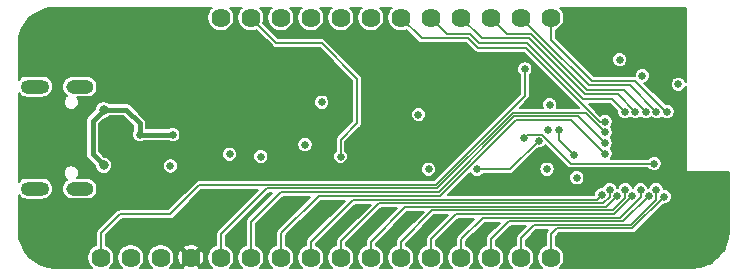
<source format=gbr>
%TF.GenerationSoftware,KiCad,Pcbnew,(5.1.9)-1*%
%TF.CreationDate,2021-04-07T15:03:24-04:00*%
%TF.ProjectId,Finch-Feather,46696e63-682d-4466-9561-746865722e6b,rev?*%
%TF.SameCoordinates,Original*%
%TF.FileFunction,Copper,L4,Bot*%
%TF.FilePolarity,Positive*%
%FSLAX46Y46*%
G04 Gerber Fmt 4.6, Leading zero omitted, Abs format (unit mm)*
G04 Created by KiCad (PCBNEW (5.1.9)-1) date 2021-04-07 15:03:24*
%MOMM*%
%LPD*%
G01*
G04 APERTURE LIST*
%TA.AperFunction,ComponentPad*%
%ADD10C,1.620000*%
%TD*%
%TA.AperFunction,ComponentPad*%
%ADD11O,2.400000X1.200000*%
%TD*%
%TA.AperFunction,ComponentPad*%
%ADD12O,2.316000X1.158000*%
%TD*%
%TA.AperFunction,ViaPad*%
%ADD13C,0.635000*%
%TD*%
%TA.AperFunction,ViaPad*%
%ADD14C,0.800000*%
%TD*%
%TA.AperFunction,Conductor*%
%ADD15C,0.177800*%
%TD*%
%TA.AperFunction,Conductor*%
%ADD16C,0.127000*%
%TD*%
%TA.AperFunction,Conductor*%
%ADD17C,0.450000*%
%TD*%
%TA.AperFunction,Conductor*%
%ADD18C,0.152400*%
%TD*%
%TA.AperFunction,Conductor*%
%ADD19C,0.100000*%
%TD*%
G04 APERTURE END LIST*
D10*
%TO.P,T2,12*%
%TO.N,/PH0*%
X165000000Y-89840000D03*
%TO.P,T2,11*%
%TO.N,/PH1*%
X162460000Y-89840000D03*
%TO.P,T2,10*%
%TO.N,/PD14*%
X159920000Y-89840000D03*
%TO.P,T2,9*%
%TO.N,/PE1*%
X157380000Y-89840000D03*
%TO.P,T2,8*%
%TO.N,/PD13*%
X154840000Y-89840000D03*
%TO.P,T2,7*%
%TO.N,/PD12*%
X152300000Y-89840000D03*
%TO.P,T2,6*%
%TO.N,/PB7*%
X149760000Y-89840000D03*
%TO.P,T2,5*%
%TO.N,/PB5*%
X147220000Y-89840000D03*
%TO.P,T2,4*%
%TO.N,/PB4*%
X144680000Y-89840000D03*
%TO.P,T2,3*%
%TO.N,VBUS*%
X142140000Y-89840000D03*
%TO.P,T2,2*%
%TO.N,/ENABLE*%
X139600000Y-89840000D03*
%TO.P,T2,1*%
%TO.N,/VBAT*%
X137060000Y-89840000D03*
%TD*%
%TO.P,T4,16*%
%TO.N,/PE4*%
X165000000Y-110160000D03*
%TO.P,T4,15*%
%TO.N,/PB12*%
X162460000Y-110160000D03*
%TO.P,T4,14*%
%TO.N,/PC13*%
X159920000Y-110160000D03*
%TO.P,T4,13*%
%TO.N,/PB6*%
X157380000Y-110160000D03*
%TO.P,T4,12*%
%TO.N,/PB15*%
X154840000Y-110160000D03*
%TO.P,T4,11*%
%TO.N,/PB14*%
X152300000Y-110160000D03*
%TO.P,T4,10*%
%TO.N,/PC6*%
X149760000Y-110160000D03*
%TO.P,T4,9*%
%TO.N,/PB13*%
X147220000Y-110160000D03*
%TO.P,T4,8*%
%TO.N,/PD1*%
X144680000Y-110160000D03*
%TO.P,T4,7*%
%TO.N,/PC9*%
X142140000Y-110160000D03*
%TO.P,T4,6*%
%TO.N,/PD2*%
X139600000Y-110160000D03*
%TO.P,T4,5*%
%TO.N,/PD7*%
X137060000Y-110160000D03*
%TO.P,T4,4*%
%TO.N,GND*%
X134520000Y-110160000D03*
%TO.P,T4,3*%
%TO.N,Net-(T4-Pad3)*%
X131980000Y-110160000D03*
%TO.P,T4,2*%
%TO.N,+3V3*%
X129440000Y-110160000D03*
%TO.P,T4,1*%
%TO.N,/NRST*%
X126900000Y-110160000D03*
%TD*%
D11*
%TO.P,T3,S6*%
%TO.N,Net-(L1-Pad2)*%
X121300000Y-104320000D03*
%TO.P,T3,S5*%
X121300000Y-95680000D03*
D12*
%TO.P,T3,S4*%
X125125000Y-104320000D03*
%TO.P,T3,S3*%
X125125000Y-95680000D03*
%TD*%
D13*
%TO.N,GND*%
X133250000Y-109250000D03*
X135750000Y-109250000D03*
%TO.N,/NRST*%
X162800000Y-94200000D03*
%TO.N,GND*%
X170500000Y-108450000D03*
X168500000Y-108450000D03*
X166500000Y-108450000D03*
X178500000Y-108400000D03*
X176500000Y-108400000D03*
X174500000Y-108450000D03*
X172500000Y-108450000D03*
X173500000Y-107450000D03*
X175500000Y-107450000D03*
X177500000Y-107450000D03*
X179500000Y-107450000D03*
X178500000Y-106450000D03*
X176500000Y-106450000D03*
X174500000Y-106450000D03*
X175500000Y-105450000D03*
X176500000Y-104450000D03*
X177500000Y-105450000D03*
X178500000Y-104450000D03*
X179500000Y-105450000D03*
X151000000Y-109250000D03*
X153550000Y-109250000D03*
X156100000Y-109250000D03*
X145950000Y-109250000D03*
X143400000Y-109200000D03*
X138300000Y-109200000D03*
X148500000Y-109300000D03*
X134200000Y-97400000D03*
X128400000Y-96800000D03*
X127000000Y-93400000D03*
X128400000Y-95400000D03*
X130400000Y-91000000D03*
X150200000Y-99000000D03*
X147200000Y-96200000D03*
X141680000Y-95200000D03*
X141400000Y-99200000D03*
X130400000Y-104500000D03*
X131200000Y-103800000D03*
X127000000Y-99750000D03*
X173950000Y-100450000D03*
X169200000Y-90200000D03*
X168225000Y-103306410D03*
X123800000Y-101800000D03*
X123400000Y-97600000D03*
X145600000Y-100393590D03*
X169800000Y-97600000D03*
X175600000Y-98650000D03*
X169400000Y-93400000D03*
X168213100Y-93386900D03*
X165828797Y-104228797D03*
X153882964Y-99083000D03*
X131200000Y-105200000D03*
X172083006Y-91117054D03*
X140900000Y-109200000D03*
X167500000Y-109450000D03*
X171500000Y-109450000D03*
X169500000Y-109450000D03*
X168500000Y-110450000D03*
X170500000Y-110450000D03*
X173500000Y-109450000D03*
X172500000Y-110450000D03*
X174500000Y-110450000D03*
X166500000Y-110450000D03*
X175500000Y-109450000D03*
X176500000Y-110450000D03*
X177500000Y-109450000D03*
X178500000Y-110450000D03*
X179500000Y-109450000D03*
X175500000Y-102000000D03*
X154650000Y-101400000D03*
X158750000Y-97599982D03*
X164750000Y-101408010D03*
X140749994Y-102750000D03*
X177474994Y-103175000D03*
X173750000Y-93250000D03*
X175000000Y-93500000D03*
X174425000Y-96000000D03*
X120500000Y-93750000D03*
X120750000Y-106250000D03*
X124000000Y-89500000D03*
X124750000Y-110500000D03*
X158750000Y-109250000D03*
X161250000Y-109250000D03*
X163750000Y-109250000D03*
%TO.N,+3V3*%
X170825000Y-93400000D03*
X167200000Y-103400000D03*
X175800000Y-95483000D03*
X153800071Y-98049999D03*
X154650000Y-102670000D03*
X164669914Y-102670000D03*
X164900000Y-97216590D03*
X164750014Y-99393032D03*
X172750002Y-94750000D03*
%TO.N,/JTAG_JTDI*%
X167000000Y-101500000D03*
X165733683Y-99393032D03*
%TO.N,/JTAG_SWDIO*%
X158750000Y-102670000D03*
X163999990Y-100258010D03*
%TO.N,/JTAG_JTDO*%
X162750000Y-100000000D03*
X173750000Y-102200000D03*
%TO.N,/PE4*%
X174600000Y-105000000D03*
%TO.N,/PB14*%
X171300000Y-104400000D03*
%TO.N,/PB15*%
X171900000Y-104900000D03*
%TO.N,/PB6*%
X172600000Y-104400000D03*
%TO.N,/PC13*%
X173300000Y-104900000D03*
%TO.N,/PB12*%
X173900000Y-104400000D03*
%TO.N,/PD1*%
X169300000Y-104866590D03*
%TO.N,/PB13*%
X170000000Y-104400000D03*
%TO.N,/PC6*%
X170600000Y-104900000D03*
%TO.N,/PD12*%
X169600000Y-98650000D03*
%TO.N,/PD13*%
X171250000Y-97800000D03*
%TO.N,/PE1*%
X172150000Y-97800000D03*
%TO.N,/PD14*%
X173050000Y-97800000D03*
%TO.N,/PH1*%
X173950000Y-97800000D03*
%TO.N,/PH0*%
X174850000Y-97800000D03*
%TO.N,VCC*%
X140450000Y-101600000D03*
X144200000Y-100600000D03*
X137800000Y-101400000D03*
X132800000Y-102400000D03*
X145600000Y-97000000D03*
%TO.N,VBUS*%
X133000000Y-99750000D03*
D14*
X127150000Y-97650000D03*
X127150000Y-102350000D03*
D13*
X130200000Y-99750000D03*
%TO.N,/ENABLE*%
X147200000Y-101600000D03*
%TO.N,/PD7*%
X169600000Y-99550000D03*
%TO.N,/PC9*%
X169600000Y-101350000D03*
%TO.N,/PD2*%
X169600000Y-100450000D03*
%TD*%
D15*
%TO.N,/NRST*%
X162800000Y-94200000D02*
X162800000Y-94200000D01*
X162800000Y-96450000D02*
X162800000Y-94200000D01*
X155250000Y-104000000D02*
X162800000Y-96450000D01*
X135250000Y-104000000D02*
X155250000Y-104000000D01*
X132750000Y-106500000D02*
X135250000Y-104000000D01*
X128500000Y-106500000D02*
X132750000Y-106500000D01*
X126900000Y-108100000D02*
X128500000Y-106500000D01*
X126900000Y-110160000D02*
X126900000Y-108100000D01*
D16*
%TO.N,/JTAG_JTDI*%
X165733683Y-100233683D02*
X165733683Y-99393032D01*
X167000000Y-101500000D02*
X165733683Y-100233683D01*
%TO.N,/JTAG_SWDIO*%
X163750000Y-100500000D02*
X163750000Y-100500000D01*
X158750000Y-102670000D02*
X161580000Y-102670000D01*
X161580000Y-102670000D02*
X163991990Y-100258010D01*
X163991990Y-100258010D02*
X163999990Y-100258010D01*
%TO.N,/JTAG_JTDO*%
X166700000Y-102200000D02*
X173750000Y-102200000D01*
X164250000Y-99750000D02*
X166700000Y-102200000D01*
X163000000Y-99750000D02*
X164250000Y-99750000D01*
X162750000Y-100000000D02*
X163000000Y-99750000D01*
D15*
%TO.N,/PE4*%
X165040000Y-110160000D02*
X165050000Y-110150000D01*
X165000000Y-108200000D02*
X165000000Y-110160000D01*
X174600000Y-105000000D02*
X171911512Y-107688488D01*
X171911512Y-107688488D02*
X165511512Y-107688488D01*
X165511512Y-107688488D02*
X165000000Y-108200000D01*
%TO.N,/PB14*%
X171300000Y-104400000D02*
X171300000Y-105131067D01*
X170266634Y-106164433D02*
X154935567Y-106164433D01*
X152300000Y-108800000D02*
X152300000Y-110160000D01*
X154935567Y-106164433D02*
X152300000Y-108800000D01*
X171300000Y-105131067D02*
X170266634Y-106164433D01*
%TO.N,/PB15*%
X170392890Y-106469244D02*
X171900000Y-104962134D01*
X154840000Y-110160000D02*
X154840000Y-108610000D01*
X154840000Y-108610000D02*
X156980756Y-106469244D01*
X156980756Y-106469244D02*
X170392890Y-106469244D01*
X171900000Y-104962134D02*
X171900000Y-104900000D01*
%TO.N,/PB6*%
X172600000Y-105000000D02*
X172600000Y-104400000D01*
X170825945Y-106774055D02*
X172600000Y-105000000D01*
X159225945Y-106774055D02*
X170825945Y-106774055D01*
X157380000Y-108620000D02*
X159225945Y-106774055D01*
X157380000Y-110160000D02*
X157380000Y-108620000D01*
%TO.N,/PC13*%
X159920000Y-108580000D02*
X159920000Y-110160000D01*
X161421134Y-107078866D02*
X159920000Y-108580000D01*
X171121134Y-107078866D02*
X161421134Y-107078866D01*
X173300000Y-104900000D02*
X171121134Y-107078866D01*
%TO.N,/PB12*%
X162460000Y-108540000D02*
X162460000Y-110160000D01*
X163616323Y-107383677D02*
X162460000Y-108540000D01*
X171785257Y-107383677D02*
X163616323Y-107383677D01*
X173900000Y-105268934D02*
X171785257Y-107383677D01*
X173900000Y-104400000D02*
X173900000Y-105268934D01*
%TO.N,/PD1*%
X144680000Y-108820000D02*
X144680000Y-110160000D01*
X148250000Y-105250000D02*
X144680000Y-108820000D01*
X169300000Y-104866590D02*
X168916590Y-105250000D01*
X168916590Y-105250000D02*
X148250000Y-105250000D01*
D16*
%TO.N,/PB13*%
X147250000Y-110130000D02*
X147220000Y-110160000D01*
D15*
X150445189Y-105554811D02*
X147250000Y-108750000D01*
X170000000Y-104400000D02*
X170000000Y-105000000D01*
X147250000Y-108750000D02*
X147250000Y-110130000D01*
X170000000Y-105000000D02*
X169445189Y-105554811D01*
X169445189Y-105554811D02*
X150445189Y-105554811D01*
D16*
%TO.N,/PC6*%
X149750000Y-110150000D02*
X149760000Y-110160000D01*
D15*
X149750000Y-108800000D02*
X152690378Y-105859622D01*
X152690378Y-105859622D02*
X169640378Y-105859622D01*
X169640378Y-105859622D02*
X170600000Y-104900000D01*
X149750000Y-110150000D02*
X149750000Y-108800000D01*
%TO.N,/PD12*%
X154060000Y-91600000D02*
X152300000Y-89840000D01*
X158000000Y-91600000D02*
X154060000Y-91600000D01*
X158800000Y-92400000D02*
X158000000Y-91600000D01*
X162882785Y-92400000D02*
X158800000Y-92400000D01*
X169132785Y-98650000D02*
X162882785Y-92400000D01*
X169600000Y-98650000D02*
X169132785Y-98650000D01*
%TO.N,/PD13*%
X156200000Y-91200000D02*
X154840000Y-89840000D01*
X158134304Y-91200000D02*
X156200000Y-91200000D01*
X158934304Y-92000000D02*
X158134304Y-91200000D01*
X163017089Y-92000000D02*
X158934304Y-92000000D01*
X167728333Y-96711244D02*
X163017089Y-92000000D01*
X170161244Y-96711244D02*
X167728333Y-96711244D01*
X171250000Y-97800000D02*
X170161244Y-96711244D01*
%TO.N,/PE1*%
X159140000Y-91600000D02*
X157380000Y-89840000D01*
X163151390Y-91600000D02*
X159140000Y-91600000D01*
X167884823Y-96333433D02*
X163151390Y-91600000D01*
X170683433Y-96333433D02*
X167884823Y-96333433D01*
X172150000Y-97800000D02*
X170683433Y-96333433D01*
%TO.N,/PD14*%
X161280000Y-91200000D02*
X159920000Y-89840000D01*
X163285695Y-91200000D02*
X161280000Y-91200000D01*
X168041317Y-95955622D02*
X163285695Y-91200000D01*
X171205622Y-95955622D02*
X168041317Y-95955622D01*
X173050000Y-97800000D02*
X171205622Y-95955622D01*
%TO.N,/PH1*%
X168197811Y-95577811D02*
X164420000Y-91800000D01*
X171727811Y-95577811D02*
X168197811Y-95577811D01*
X164420000Y-91800000D02*
X162460000Y-89840000D01*
X173950000Y-97800000D02*
X171727811Y-95577811D01*
%TO.N,/PH0*%
X165000000Y-91750000D02*
X165000000Y-89840000D01*
X168450000Y-95200000D02*
X165000000Y-91750000D01*
X172160566Y-95200000D02*
X168450000Y-95200000D01*
X174760566Y-97800000D02*
X172160566Y-95200000D01*
X174850000Y-97800000D02*
X174760566Y-97800000D01*
D17*
%TO.N,VBUS*%
X127150000Y-102350000D02*
X126200000Y-101400000D01*
X126200000Y-101400000D02*
X126200000Y-98600000D01*
X126200000Y-98600000D02*
X127150000Y-97650000D01*
X130200000Y-98800000D02*
X130200000Y-99750000D01*
X129050000Y-97650000D02*
X130200000Y-98800000D01*
X127150000Y-97650000D02*
X129050000Y-97650000D01*
X130200000Y-99750000D02*
X133000000Y-99750000D01*
D15*
%TO.N,/ENABLE*%
X147200000Y-101600000D02*
X147200000Y-100200000D01*
X147200000Y-100200000D02*
X148600000Y-98800000D01*
X148600000Y-98800000D02*
X148600000Y-95000000D01*
X148600000Y-95000000D02*
X145600000Y-92000000D01*
X141760000Y-92000000D02*
X139600000Y-89840000D01*
X145600000Y-92000000D02*
X141760000Y-92000000D01*
%TO.N,/PD7*%
X137060000Y-108190000D02*
X137060000Y-110160000D01*
X140945189Y-104304811D02*
X137060000Y-108190000D01*
X161790688Y-97890378D02*
X155376256Y-104304811D01*
X167940378Y-97890378D02*
X161790688Y-97890378D01*
X169600000Y-99550000D02*
X167940378Y-97890378D01*
X155376256Y-104304811D02*
X140945189Y-104304811D01*
%TO.N,/PC9*%
X142140000Y-108110000D02*
X142140000Y-110160000D01*
X145335567Y-104914433D02*
X142140000Y-108110000D01*
X166750000Y-98500000D02*
X162043200Y-98500000D01*
X155628768Y-104914433D02*
X145335567Y-104914433D01*
X162043200Y-98500000D02*
X155628768Y-104914433D01*
X169600000Y-101350000D02*
X166750000Y-98500000D01*
%TO.N,/PD2*%
X155502512Y-104609622D02*
X142140378Y-104609622D01*
X139600000Y-107150000D02*
X139600000Y-110160000D01*
X169600000Y-100450000D02*
X167345189Y-98195189D01*
X142140378Y-104609622D02*
X139600000Y-107150000D01*
X161916944Y-98195189D02*
X155502512Y-104609622D01*
X167345189Y-98195189D02*
X161916944Y-98195189D01*
%TD*%
D18*
%TO.N,GND*%
X138714349Y-89113165D02*
X138589568Y-89299913D01*
X138503617Y-89507416D01*
X138459800Y-89727700D01*
X138459800Y-89952300D01*
X138503617Y-90172584D01*
X138589568Y-90380087D01*
X138714349Y-90566835D01*
X138873165Y-90725651D01*
X139059913Y-90850432D01*
X139267416Y-90936383D01*
X139487700Y-90980200D01*
X139712300Y-90980200D01*
X139932584Y-90936383D01*
X140053572Y-90886268D01*
X141449097Y-92281794D01*
X141462218Y-92297782D01*
X141526034Y-92350154D01*
X141598842Y-92389071D01*
X141677842Y-92413035D01*
X141759999Y-92421127D01*
X141780579Y-92419100D01*
X145426404Y-92419100D01*
X148180901Y-95173597D01*
X148180900Y-98626403D01*
X146918206Y-99889098D01*
X146902219Y-99902218D01*
X146889100Y-99918204D01*
X146849846Y-99966035D01*
X146810930Y-100038842D01*
X146786965Y-100117843D01*
X146778873Y-100200000D01*
X146780901Y-100220590D01*
X146780900Y-101103114D01*
X146696899Y-101187115D01*
X146626016Y-101293199D01*
X146577191Y-101411073D01*
X146552300Y-101536207D01*
X146552300Y-101663793D01*
X146577191Y-101788927D01*
X146626016Y-101906801D01*
X146696899Y-102012885D01*
X146787115Y-102103101D01*
X146893199Y-102173984D01*
X147011073Y-102222809D01*
X147136207Y-102247700D01*
X147263793Y-102247700D01*
X147388927Y-102222809D01*
X147506801Y-102173984D01*
X147612885Y-102103101D01*
X147703101Y-102012885D01*
X147773984Y-101906801D01*
X147822809Y-101788927D01*
X147847700Y-101663793D01*
X147847700Y-101536207D01*
X147822809Y-101411073D01*
X147773984Y-101293199D01*
X147703101Y-101187115D01*
X147619100Y-101103114D01*
X147619100Y-100373596D01*
X148881796Y-99110901D01*
X148897782Y-99097782D01*
X148950154Y-99033966D01*
X148989071Y-98961158D01*
X149013035Y-98882158D01*
X149019100Y-98820580D01*
X149019100Y-98820579D01*
X149021127Y-98800000D01*
X149019100Y-98779420D01*
X149019100Y-97986206D01*
X153152371Y-97986206D01*
X153152371Y-98113792D01*
X153177262Y-98238926D01*
X153226087Y-98356800D01*
X153296970Y-98462884D01*
X153387186Y-98553100D01*
X153493270Y-98623983D01*
X153611144Y-98672808D01*
X153736278Y-98697699D01*
X153863864Y-98697699D01*
X153988998Y-98672808D01*
X154106872Y-98623983D01*
X154212956Y-98553100D01*
X154303172Y-98462884D01*
X154374055Y-98356800D01*
X154422880Y-98238926D01*
X154447771Y-98113792D01*
X154447771Y-97986206D01*
X154422880Y-97861072D01*
X154374055Y-97743198D01*
X154303172Y-97637114D01*
X154212956Y-97546898D01*
X154106872Y-97476015D01*
X153988998Y-97427190D01*
X153863864Y-97402299D01*
X153736278Y-97402299D01*
X153611144Y-97427190D01*
X153493270Y-97476015D01*
X153387186Y-97546898D01*
X153296970Y-97637114D01*
X153226087Y-97743198D01*
X153177262Y-97861072D01*
X153152371Y-97986206D01*
X149019100Y-97986206D01*
X149019100Y-95020580D01*
X149021127Y-95000000D01*
X149013035Y-94917842D01*
X149008296Y-94902219D01*
X148989071Y-94838842D01*
X148950154Y-94766034D01*
X148897782Y-94702218D01*
X148881789Y-94689093D01*
X145910907Y-91718211D01*
X145897782Y-91702218D01*
X145833966Y-91649846D01*
X145761158Y-91610929D01*
X145682158Y-91586965D01*
X145620580Y-91580900D01*
X145600000Y-91578873D01*
X145579420Y-91580900D01*
X141933597Y-91580900D01*
X140646268Y-90293572D01*
X140696383Y-90172584D01*
X140740200Y-89952300D01*
X140740200Y-89727700D01*
X140696383Y-89507416D01*
X140610432Y-89299913D01*
X140485651Y-89113165D01*
X140372685Y-89000199D01*
X141367315Y-89000199D01*
X141254349Y-89113165D01*
X141129568Y-89299913D01*
X141043617Y-89507416D01*
X140999800Y-89727700D01*
X140999800Y-89952300D01*
X141043617Y-90172584D01*
X141129568Y-90380087D01*
X141254349Y-90566835D01*
X141413165Y-90725651D01*
X141599913Y-90850432D01*
X141807416Y-90936383D01*
X142027700Y-90980200D01*
X142252300Y-90980200D01*
X142472584Y-90936383D01*
X142680087Y-90850432D01*
X142866835Y-90725651D01*
X143025651Y-90566835D01*
X143150432Y-90380087D01*
X143236383Y-90172584D01*
X143280200Y-89952300D01*
X143280200Y-89727700D01*
X143236383Y-89507416D01*
X143150432Y-89299913D01*
X143025651Y-89113165D01*
X142912685Y-89000199D01*
X143907315Y-89000199D01*
X143794349Y-89113165D01*
X143669568Y-89299913D01*
X143583617Y-89507416D01*
X143539800Y-89727700D01*
X143539800Y-89952300D01*
X143583617Y-90172584D01*
X143669568Y-90380087D01*
X143794349Y-90566835D01*
X143953165Y-90725651D01*
X144139913Y-90850432D01*
X144347416Y-90936383D01*
X144567700Y-90980200D01*
X144792300Y-90980200D01*
X145012584Y-90936383D01*
X145220087Y-90850432D01*
X145406835Y-90725651D01*
X145565651Y-90566835D01*
X145690432Y-90380087D01*
X145776383Y-90172584D01*
X145820200Y-89952300D01*
X145820200Y-89727700D01*
X145776383Y-89507416D01*
X145690432Y-89299913D01*
X145565651Y-89113165D01*
X145452685Y-89000199D01*
X146447315Y-89000199D01*
X146334349Y-89113165D01*
X146209568Y-89299913D01*
X146123617Y-89507416D01*
X146079800Y-89727700D01*
X146079800Y-89952300D01*
X146123617Y-90172584D01*
X146209568Y-90380087D01*
X146334349Y-90566835D01*
X146493165Y-90725651D01*
X146679913Y-90850432D01*
X146887416Y-90936383D01*
X147107700Y-90980200D01*
X147332300Y-90980200D01*
X147552584Y-90936383D01*
X147760087Y-90850432D01*
X147946835Y-90725651D01*
X148105651Y-90566835D01*
X148230432Y-90380087D01*
X148316383Y-90172584D01*
X148360200Y-89952300D01*
X148360200Y-89727700D01*
X148316383Y-89507416D01*
X148230432Y-89299913D01*
X148105651Y-89113165D01*
X147992685Y-89000199D01*
X148987315Y-89000199D01*
X148874349Y-89113165D01*
X148749568Y-89299913D01*
X148663617Y-89507416D01*
X148619800Y-89727700D01*
X148619800Y-89952300D01*
X148663617Y-90172584D01*
X148749568Y-90380087D01*
X148874349Y-90566835D01*
X149033165Y-90725651D01*
X149219913Y-90850432D01*
X149427416Y-90936383D01*
X149647700Y-90980200D01*
X149872300Y-90980200D01*
X150092584Y-90936383D01*
X150300087Y-90850432D01*
X150486835Y-90725651D01*
X150645651Y-90566835D01*
X150770432Y-90380087D01*
X150856383Y-90172584D01*
X150900200Y-89952300D01*
X150900200Y-89727700D01*
X150856383Y-89507416D01*
X150770432Y-89299913D01*
X150645651Y-89113165D01*
X150532685Y-89000199D01*
X151527315Y-89000199D01*
X151414349Y-89113165D01*
X151289568Y-89299913D01*
X151203617Y-89507416D01*
X151159800Y-89727700D01*
X151159800Y-89952300D01*
X151203617Y-90172584D01*
X151289568Y-90380087D01*
X151414349Y-90566835D01*
X151573165Y-90725651D01*
X151759913Y-90850432D01*
X151967416Y-90936383D01*
X152187700Y-90980200D01*
X152412300Y-90980200D01*
X152632584Y-90936383D01*
X152753572Y-90886268D01*
X153749097Y-91881794D01*
X153762218Y-91897782D01*
X153826034Y-91950154D01*
X153898842Y-91989071D01*
X153970903Y-92010930D01*
X153977842Y-92013035D01*
X154060000Y-92021127D01*
X154080580Y-92019100D01*
X157826404Y-92019100D01*
X158489097Y-92681794D01*
X158502218Y-92697782D01*
X158566034Y-92750154D01*
X158638842Y-92789071D01*
X158717842Y-92813035D01*
X158800000Y-92821127D01*
X158820580Y-92819100D01*
X162709189Y-92819100D01*
X167361366Y-97471278D01*
X165495570Y-97471278D01*
X165522809Y-97405517D01*
X165547700Y-97280383D01*
X165547700Y-97152797D01*
X165522809Y-97027663D01*
X165473984Y-96909789D01*
X165403101Y-96803705D01*
X165312885Y-96713489D01*
X165206801Y-96642606D01*
X165088927Y-96593781D01*
X164963793Y-96568890D01*
X164836207Y-96568890D01*
X164711073Y-96593781D01*
X164593199Y-96642606D01*
X164487115Y-96713489D01*
X164396899Y-96803705D01*
X164326016Y-96909789D01*
X164277191Y-97027663D01*
X164252300Y-97152797D01*
X164252300Y-97280383D01*
X164277191Y-97405517D01*
X164304430Y-97471278D01*
X162371419Y-97471278D01*
X163081796Y-96760901D01*
X163097782Y-96747782D01*
X163150154Y-96683966D01*
X163189071Y-96611158D01*
X163213035Y-96532158D01*
X163219100Y-96470580D01*
X163219100Y-96470578D01*
X163221127Y-96450001D01*
X163219100Y-96429423D01*
X163219100Y-94696886D01*
X163303101Y-94612885D01*
X163373984Y-94506801D01*
X163422809Y-94388927D01*
X163447700Y-94263793D01*
X163447700Y-94136207D01*
X163422809Y-94011073D01*
X163373984Y-93893199D01*
X163303101Y-93787115D01*
X163212885Y-93696899D01*
X163106801Y-93626016D01*
X162988927Y-93577191D01*
X162863793Y-93552300D01*
X162736207Y-93552300D01*
X162611073Y-93577191D01*
X162493199Y-93626016D01*
X162387115Y-93696899D01*
X162296899Y-93787115D01*
X162226016Y-93893199D01*
X162177191Y-94011073D01*
X162152300Y-94136207D01*
X162152300Y-94263793D01*
X162177191Y-94388927D01*
X162226016Y-94506801D01*
X162296899Y-94612885D01*
X162380901Y-94696887D01*
X162380900Y-96276403D01*
X155076404Y-103580900D01*
X135270580Y-103580900D01*
X135250000Y-103578873D01*
X135229420Y-103580900D01*
X135167842Y-103586965D01*
X135088842Y-103610929D01*
X135016034Y-103649846D01*
X134952218Y-103702218D01*
X134939099Y-103718204D01*
X132576404Y-106080900D01*
X128520580Y-106080900D01*
X128500000Y-106078873D01*
X128479420Y-106080900D01*
X128417842Y-106086965D01*
X128338842Y-106110929D01*
X128266034Y-106149846D01*
X128202218Y-106202218D01*
X128189093Y-106218211D01*
X126618206Y-107789098D01*
X126602219Y-107802218D01*
X126589100Y-107818204D01*
X126549846Y-107866035D01*
X126510930Y-107938842D01*
X126486965Y-108017843D01*
X126478873Y-108100000D01*
X126480901Y-108120590D01*
X126480901Y-109099453D01*
X126359913Y-109149568D01*
X126173165Y-109274349D01*
X126014349Y-109433165D01*
X125889568Y-109619913D01*
X125803617Y-109827416D01*
X125759800Y-110047700D01*
X125759800Y-110272300D01*
X125803617Y-110492584D01*
X125889568Y-110700087D01*
X126014349Y-110886835D01*
X126127314Y-110999800D01*
X123041032Y-110999800D01*
X122424140Y-110939313D01*
X121850976Y-110766265D01*
X121322339Y-110485183D01*
X120858369Y-110106778D01*
X120476731Y-109645458D01*
X120191966Y-109118796D01*
X120014920Y-108546853D01*
X119950205Y-107931140D01*
X119950200Y-107929653D01*
X119950200Y-104872648D01*
X120039067Y-104980933D01*
X120180709Y-105097175D01*
X120342306Y-105183550D01*
X120517649Y-105236740D01*
X120654311Y-105250200D01*
X121945689Y-105250200D01*
X122082351Y-105236740D01*
X122257694Y-105183550D01*
X122419291Y-105097175D01*
X122560933Y-104980933D01*
X122677175Y-104839291D01*
X122763550Y-104677694D01*
X122816740Y-104502351D01*
X122834700Y-104320000D01*
X123632401Y-104320000D01*
X123649956Y-104498234D01*
X123701945Y-104669619D01*
X123786370Y-104827568D01*
X123899988Y-104966012D01*
X124038432Y-105079630D01*
X124196381Y-105164055D01*
X124367766Y-105216044D01*
X124501337Y-105229200D01*
X125748663Y-105229200D01*
X125882234Y-105216044D01*
X126053619Y-105164055D01*
X126211568Y-105079630D01*
X126350012Y-104966012D01*
X126463630Y-104827568D01*
X126548055Y-104669619D01*
X126600044Y-104498234D01*
X126617599Y-104320000D01*
X126600044Y-104141766D01*
X126548055Y-103970381D01*
X126463630Y-103812432D01*
X126350012Y-103673988D01*
X126211568Y-103560370D01*
X126053619Y-103475945D01*
X125882234Y-103423956D01*
X125748663Y-103410800D01*
X124901488Y-103410800D01*
X124971769Y-103305617D01*
X125020405Y-103188198D01*
X125045200Y-103063547D01*
X125045200Y-102936453D01*
X125020405Y-102811802D01*
X124971769Y-102694383D01*
X124901160Y-102588709D01*
X124811291Y-102498840D01*
X124705617Y-102428231D01*
X124588198Y-102379595D01*
X124463547Y-102354800D01*
X124336453Y-102354800D01*
X124211802Y-102379595D01*
X124094383Y-102428231D01*
X123988709Y-102498840D01*
X123898840Y-102588709D01*
X123828231Y-102694383D01*
X123779595Y-102811802D01*
X123754800Y-102936453D01*
X123754800Y-103063547D01*
X123779595Y-103188198D01*
X123828231Y-103305617D01*
X123898840Y-103411291D01*
X123988709Y-103501160D01*
X124060039Y-103548821D01*
X124038432Y-103560370D01*
X123899988Y-103673988D01*
X123786370Y-103812432D01*
X123701945Y-103970381D01*
X123649956Y-104141766D01*
X123632401Y-104320000D01*
X122834700Y-104320000D01*
X122816740Y-104137649D01*
X122763550Y-103962306D01*
X122677175Y-103800709D01*
X122560933Y-103659067D01*
X122419291Y-103542825D01*
X122257694Y-103456450D01*
X122082351Y-103403260D01*
X121945689Y-103389800D01*
X120654311Y-103389800D01*
X120517649Y-103403260D01*
X120342306Y-103456450D01*
X120180709Y-103542825D01*
X120039067Y-103659067D01*
X119950200Y-103767352D01*
X119950200Y-98600000D01*
X125642114Y-98600000D01*
X125644801Y-98627280D01*
X125644800Y-101372730D01*
X125642114Y-101400000D01*
X125644800Y-101427269D01*
X125652834Y-101508837D01*
X125684581Y-101613493D01*
X125736135Y-101709945D01*
X125805515Y-101794485D01*
X125826706Y-101811876D01*
X126419800Y-102404971D01*
X126419800Y-102421918D01*
X126447861Y-102562991D01*
X126502905Y-102695879D01*
X126582817Y-102815475D01*
X126684525Y-102917183D01*
X126804121Y-102997095D01*
X126937009Y-103052139D01*
X127078082Y-103080200D01*
X127221918Y-103080200D01*
X127362991Y-103052139D01*
X127495879Y-102997095D01*
X127615475Y-102917183D01*
X127717183Y-102815475D01*
X127797095Y-102695879D01*
X127852139Y-102562991D01*
X127880200Y-102421918D01*
X127880200Y-102336207D01*
X132152300Y-102336207D01*
X132152300Y-102463793D01*
X132177191Y-102588927D01*
X132226016Y-102706801D01*
X132296899Y-102812885D01*
X132387115Y-102903101D01*
X132493199Y-102973984D01*
X132611073Y-103022809D01*
X132736207Y-103047700D01*
X132863793Y-103047700D01*
X132988927Y-103022809D01*
X133106801Y-102973984D01*
X133212885Y-102903101D01*
X133303101Y-102812885D01*
X133373984Y-102706801D01*
X133415651Y-102606207D01*
X154002300Y-102606207D01*
X154002300Y-102733793D01*
X154027191Y-102858927D01*
X154076016Y-102976801D01*
X154146899Y-103082885D01*
X154237115Y-103173101D01*
X154343199Y-103243984D01*
X154461073Y-103292809D01*
X154586207Y-103317700D01*
X154713793Y-103317700D01*
X154838927Y-103292809D01*
X154956801Y-103243984D01*
X155062885Y-103173101D01*
X155153101Y-103082885D01*
X155223984Y-102976801D01*
X155272809Y-102858927D01*
X155297700Y-102733793D01*
X155297700Y-102606207D01*
X155272809Y-102481073D01*
X155223984Y-102363199D01*
X155153101Y-102257115D01*
X155062885Y-102166899D01*
X154956801Y-102096016D01*
X154838927Y-102047191D01*
X154713793Y-102022300D01*
X154586207Y-102022300D01*
X154461073Y-102047191D01*
X154343199Y-102096016D01*
X154237115Y-102166899D01*
X154146899Y-102257115D01*
X154076016Y-102363199D01*
X154027191Y-102481073D01*
X154002300Y-102606207D01*
X133415651Y-102606207D01*
X133422809Y-102588927D01*
X133447700Y-102463793D01*
X133447700Y-102336207D01*
X133422809Y-102211073D01*
X133373984Y-102093199D01*
X133303101Y-101987115D01*
X133212885Y-101896899D01*
X133106801Y-101826016D01*
X132988927Y-101777191D01*
X132863793Y-101752300D01*
X132736207Y-101752300D01*
X132611073Y-101777191D01*
X132493199Y-101826016D01*
X132387115Y-101896899D01*
X132296899Y-101987115D01*
X132226016Y-102093199D01*
X132177191Y-102211073D01*
X132152300Y-102336207D01*
X127880200Y-102336207D01*
X127880200Y-102278082D01*
X127852139Y-102137009D01*
X127797095Y-102004121D01*
X127717183Y-101884525D01*
X127615475Y-101782817D01*
X127495879Y-101702905D01*
X127362991Y-101647861D01*
X127221918Y-101619800D01*
X127204971Y-101619800D01*
X126921378Y-101336207D01*
X137152300Y-101336207D01*
X137152300Y-101463793D01*
X137177191Y-101588927D01*
X137226016Y-101706801D01*
X137296899Y-101812885D01*
X137387115Y-101903101D01*
X137493199Y-101973984D01*
X137611073Y-102022809D01*
X137736207Y-102047700D01*
X137863793Y-102047700D01*
X137988927Y-102022809D01*
X138106801Y-101973984D01*
X138212885Y-101903101D01*
X138303101Y-101812885D01*
X138373984Y-101706801D01*
X138422809Y-101588927D01*
X138433295Y-101536207D01*
X139802300Y-101536207D01*
X139802300Y-101663793D01*
X139827191Y-101788927D01*
X139876016Y-101906801D01*
X139946899Y-102012885D01*
X140037115Y-102103101D01*
X140143199Y-102173984D01*
X140261073Y-102222809D01*
X140386207Y-102247700D01*
X140513793Y-102247700D01*
X140638927Y-102222809D01*
X140756801Y-102173984D01*
X140862885Y-102103101D01*
X140953101Y-102012885D01*
X141023984Y-101906801D01*
X141072809Y-101788927D01*
X141097700Y-101663793D01*
X141097700Y-101536207D01*
X141072809Y-101411073D01*
X141023984Y-101293199D01*
X140953101Y-101187115D01*
X140862885Y-101096899D01*
X140756801Y-101026016D01*
X140638927Y-100977191D01*
X140513793Y-100952300D01*
X140386207Y-100952300D01*
X140261073Y-100977191D01*
X140143199Y-101026016D01*
X140037115Y-101096899D01*
X139946899Y-101187115D01*
X139876016Y-101293199D01*
X139827191Y-101411073D01*
X139802300Y-101536207D01*
X138433295Y-101536207D01*
X138447700Y-101463793D01*
X138447700Y-101336207D01*
X138422809Y-101211073D01*
X138373984Y-101093199D01*
X138303101Y-100987115D01*
X138212885Y-100896899D01*
X138106801Y-100826016D01*
X137988927Y-100777191D01*
X137863793Y-100752300D01*
X137736207Y-100752300D01*
X137611073Y-100777191D01*
X137493199Y-100826016D01*
X137387115Y-100896899D01*
X137296899Y-100987115D01*
X137226016Y-101093199D01*
X137177191Y-101211073D01*
X137152300Y-101336207D01*
X126921378Y-101336207D01*
X126755200Y-101170030D01*
X126755200Y-100536207D01*
X143552300Y-100536207D01*
X143552300Y-100663793D01*
X143577191Y-100788927D01*
X143626016Y-100906801D01*
X143696899Y-101012885D01*
X143787115Y-101103101D01*
X143893199Y-101173984D01*
X144011073Y-101222809D01*
X144136207Y-101247700D01*
X144263793Y-101247700D01*
X144388927Y-101222809D01*
X144506801Y-101173984D01*
X144612885Y-101103101D01*
X144703101Y-101012885D01*
X144773984Y-100906801D01*
X144822809Y-100788927D01*
X144847700Y-100663793D01*
X144847700Y-100536207D01*
X144822809Y-100411073D01*
X144773984Y-100293199D01*
X144703101Y-100187115D01*
X144612885Y-100096899D01*
X144506801Y-100026016D01*
X144388927Y-99977191D01*
X144263793Y-99952300D01*
X144136207Y-99952300D01*
X144011073Y-99977191D01*
X143893199Y-100026016D01*
X143787115Y-100096899D01*
X143696899Y-100187115D01*
X143626016Y-100293199D01*
X143577191Y-100411073D01*
X143552300Y-100536207D01*
X126755200Y-100536207D01*
X126755200Y-98829970D01*
X127204971Y-98380200D01*
X127221918Y-98380200D01*
X127362991Y-98352139D01*
X127495879Y-98297095D01*
X127615475Y-98217183D01*
X127627458Y-98205200D01*
X128820030Y-98205200D01*
X129644800Y-99029971D01*
X129644801Y-99415086D01*
X129626016Y-99443199D01*
X129577191Y-99561073D01*
X129552300Y-99686207D01*
X129552300Y-99813793D01*
X129577191Y-99938927D01*
X129626016Y-100056801D01*
X129696899Y-100162885D01*
X129787115Y-100253101D01*
X129893199Y-100323984D01*
X130011073Y-100372809D01*
X130136207Y-100397700D01*
X130263793Y-100397700D01*
X130388927Y-100372809D01*
X130506801Y-100323984D01*
X130534913Y-100305200D01*
X132665087Y-100305200D01*
X132693199Y-100323984D01*
X132811073Y-100372809D01*
X132936207Y-100397700D01*
X133063793Y-100397700D01*
X133188927Y-100372809D01*
X133306801Y-100323984D01*
X133412885Y-100253101D01*
X133503101Y-100162885D01*
X133573984Y-100056801D01*
X133622809Y-99938927D01*
X133647700Y-99813793D01*
X133647700Y-99686207D01*
X133622809Y-99561073D01*
X133573984Y-99443199D01*
X133503101Y-99337115D01*
X133412885Y-99246899D01*
X133306801Y-99176016D01*
X133188927Y-99127191D01*
X133063793Y-99102300D01*
X132936207Y-99102300D01*
X132811073Y-99127191D01*
X132693199Y-99176016D01*
X132665087Y-99194800D01*
X130755200Y-99194800D01*
X130755200Y-98827270D01*
X130757886Y-98800000D01*
X130747166Y-98691162D01*
X130731295Y-98638842D01*
X130715419Y-98586506D01*
X130663865Y-98490055D01*
X130594485Y-98405515D01*
X130573300Y-98388129D01*
X129461876Y-97276706D01*
X129444485Y-97255515D01*
X129359945Y-97186135D01*
X129263494Y-97134581D01*
X129158838Y-97102834D01*
X129077270Y-97094800D01*
X129050000Y-97092114D01*
X129022730Y-97094800D01*
X127627458Y-97094800D01*
X127615475Y-97082817D01*
X127495879Y-97002905D01*
X127362991Y-96947861D01*
X127304403Y-96936207D01*
X144952300Y-96936207D01*
X144952300Y-97063793D01*
X144977191Y-97188927D01*
X145026016Y-97306801D01*
X145096899Y-97412885D01*
X145187115Y-97503101D01*
X145293199Y-97573984D01*
X145411073Y-97622809D01*
X145536207Y-97647700D01*
X145663793Y-97647700D01*
X145788927Y-97622809D01*
X145906801Y-97573984D01*
X146012885Y-97503101D01*
X146103101Y-97412885D01*
X146173984Y-97306801D01*
X146222809Y-97188927D01*
X146247700Y-97063793D01*
X146247700Y-96936207D01*
X146222809Y-96811073D01*
X146173984Y-96693199D01*
X146103101Y-96587115D01*
X146012885Y-96496899D01*
X145906801Y-96426016D01*
X145788927Y-96377191D01*
X145663793Y-96352300D01*
X145536207Y-96352300D01*
X145411073Y-96377191D01*
X145293199Y-96426016D01*
X145187115Y-96496899D01*
X145096899Y-96587115D01*
X145026016Y-96693199D01*
X144977191Y-96811073D01*
X144952300Y-96936207D01*
X127304403Y-96936207D01*
X127221918Y-96919800D01*
X127078082Y-96919800D01*
X126937009Y-96947861D01*
X126804121Y-97002905D01*
X126684525Y-97082817D01*
X126582817Y-97184525D01*
X126502905Y-97304121D01*
X126447861Y-97437009D01*
X126419800Y-97578082D01*
X126419800Y-97595029D01*
X125826701Y-98188129D01*
X125805516Y-98205515D01*
X125736136Y-98290055D01*
X125711506Y-98336135D01*
X125684581Y-98386507D01*
X125652834Y-98491163D01*
X125642114Y-98600000D01*
X119950200Y-98600000D01*
X119950200Y-96232648D01*
X120039067Y-96340933D01*
X120180709Y-96457175D01*
X120342306Y-96543550D01*
X120517649Y-96596740D01*
X120654311Y-96610200D01*
X121945689Y-96610200D01*
X122082351Y-96596740D01*
X122257694Y-96543550D01*
X122419291Y-96457175D01*
X122560933Y-96340933D01*
X122677175Y-96199291D01*
X122763550Y-96037694D01*
X122816740Y-95862351D01*
X122834700Y-95680000D01*
X123632401Y-95680000D01*
X123649956Y-95858234D01*
X123701945Y-96029619D01*
X123786370Y-96187568D01*
X123899988Y-96326012D01*
X124038432Y-96439630D01*
X124060039Y-96451179D01*
X123988709Y-96498840D01*
X123898840Y-96588709D01*
X123828231Y-96694383D01*
X123779595Y-96811802D01*
X123754800Y-96936453D01*
X123754800Y-97063547D01*
X123779595Y-97188198D01*
X123828231Y-97305617D01*
X123898840Y-97411291D01*
X123988709Y-97501160D01*
X124094383Y-97571769D01*
X124211802Y-97620405D01*
X124336453Y-97645200D01*
X124463547Y-97645200D01*
X124588198Y-97620405D01*
X124705617Y-97571769D01*
X124811291Y-97501160D01*
X124901160Y-97411291D01*
X124971769Y-97305617D01*
X125020405Y-97188198D01*
X125045200Y-97063547D01*
X125045200Y-96936453D01*
X125020405Y-96811802D01*
X124971769Y-96694383D01*
X124901488Y-96589200D01*
X125748663Y-96589200D01*
X125882234Y-96576044D01*
X126053619Y-96524055D01*
X126211568Y-96439630D01*
X126350012Y-96326012D01*
X126463630Y-96187568D01*
X126548055Y-96029619D01*
X126600044Y-95858234D01*
X126617599Y-95680000D01*
X126600044Y-95501766D01*
X126548055Y-95330381D01*
X126463630Y-95172432D01*
X126350012Y-95033988D01*
X126211568Y-94920370D01*
X126053619Y-94835945D01*
X125882234Y-94783956D01*
X125748663Y-94770800D01*
X124501337Y-94770800D01*
X124367766Y-94783956D01*
X124196381Y-94835945D01*
X124038432Y-94920370D01*
X123899988Y-95033988D01*
X123786370Y-95172432D01*
X123701945Y-95330381D01*
X123649956Y-95501766D01*
X123632401Y-95680000D01*
X122834700Y-95680000D01*
X122816740Y-95497649D01*
X122763550Y-95322306D01*
X122677175Y-95160709D01*
X122560933Y-95019067D01*
X122419291Y-94902825D01*
X122257694Y-94816450D01*
X122082351Y-94763260D01*
X121945689Y-94749800D01*
X120654311Y-94749800D01*
X120517649Y-94763260D01*
X120342306Y-94816450D01*
X120180709Y-94902825D01*
X120039067Y-95019067D01*
X119950200Y-95127352D01*
X119950200Y-92091042D01*
X120010688Y-91474141D01*
X120183737Y-90900976D01*
X120464816Y-90372343D01*
X120843222Y-89908368D01*
X121304545Y-89526729D01*
X121831205Y-89241966D01*
X122403147Y-89064921D01*
X123018859Y-89000206D01*
X123020634Y-89000200D01*
X136287314Y-89000200D01*
X136174349Y-89113165D01*
X136049568Y-89299913D01*
X135963617Y-89507416D01*
X135919800Y-89727700D01*
X135919800Y-89952300D01*
X135963617Y-90172584D01*
X136049568Y-90380087D01*
X136174349Y-90566835D01*
X136333165Y-90725651D01*
X136519913Y-90850432D01*
X136727416Y-90936383D01*
X136947700Y-90980200D01*
X137172300Y-90980200D01*
X137392584Y-90936383D01*
X137600087Y-90850432D01*
X137786835Y-90725651D01*
X137945651Y-90566835D01*
X138070432Y-90380087D01*
X138156383Y-90172584D01*
X138200200Y-89952300D01*
X138200200Y-89727700D01*
X138156383Y-89507416D01*
X138070432Y-89299913D01*
X137945651Y-89113165D01*
X137832685Y-89000199D01*
X138827315Y-89000199D01*
X138714349Y-89113165D01*
%TA.AperFunction,Conductor*%
D19*
G36*
X138714349Y-89113165D02*
G01*
X138589568Y-89299913D01*
X138503617Y-89507416D01*
X138459800Y-89727700D01*
X138459800Y-89952300D01*
X138503617Y-90172584D01*
X138589568Y-90380087D01*
X138714349Y-90566835D01*
X138873165Y-90725651D01*
X139059913Y-90850432D01*
X139267416Y-90936383D01*
X139487700Y-90980200D01*
X139712300Y-90980200D01*
X139932584Y-90936383D01*
X140053572Y-90886268D01*
X141449097Y-92281794D01*
X141462218Y-92297782D01*
X141526034Y-92350154D01*
X141598842Y-92389071D01*
X141677842Y-92413035D01*
X141759999Y-92421127D01*
X141780579Y-92419100D01*
X145426404Y-92419100D01*
X148180901Y-95173597D01*
X148180900Y-98626403D01*
X146918206Y-99889098D01*
X146902219Y-99902218D01*
X146889100Y-99918204D01*
X146849846Y-99966035D01*
X146810930Y-100038842D01*
X146786965Y-100117843D01*
X146778873Y-100200000D01*
X146780901Y-100220590D01*
X146780900Y-101103114D01*
X146696899Y-101187115D01*
X146626016Y-101293199D01*
X146577191Y-101411073D01*
X146552300Y-101536207D01*
X146552300Y-101663793D01*
X146577191Y-101788927D01*
X146626016Y-101906801D01*
X146696899Y-102012885D01*
X146787115Y-102103101D01*
X146893199Y-102173984D01*
X147011073Y-102222809D01*
X147136207Y-102247700D01*
X147263793Y-102247700D01*
X147388927Y-102222809D01*
X147506801Y-102173984D01*
X147612885Y-102103101D01*
X147703101Y-102012885D01*
X147773984Y-101906801D01*
X147822809Y-101788927D01*
X147847700Y-101663793D01*
X147847700Y-101536207D01*
X147822809Y-101411073D01*
X147773984Y-101293199D01*
X147703101Y-101187115D01*
X147619100Y-101103114D01*
X147619100Y-100373596D01*
X148881796Y-99110901D01*
X148897782Y-99097782D01*
X148950154Y-99033966D01*
X148989071Y-98961158D01*
X149013035Y-98882158D01*
X149019100Y-98820580D01*
X149019100Y-98820579D01*
X149021127Y-98800000D01*
X149019100Y-98779420D01*
X149019100Y-97986206D01*
X153152371Y-97986206D01*
X153152371Y-98113792D01*
X153177262Y-98238926D01*
X153226087Y-98356800D01*
X153296970Y-98462884D01*
X153387186Y-98553100D01*
X153493270Y-98623983D01*
X153611144Y-98672808D01*
X153736278Y-98697699D01*
X153863864Y-98697699D01*
X153988998Y-98672808D01*
X154106872Y-98623983D01*
X154212956Y-98553100D01*
X154303172Y-98462884D01*
X154374055Y-98356800D01*
X154422880Y-98238926D01*
X154447771Y-98113792D01*
X154447771Y-97986206D01*
X154422880Y-97861072D01*
X154374055Y-97743198D01*
X154303172Y-97637114D01*
X154212956Y-97546898D01*
X154106872Y-97476015D01*
X153988998Y-97427190D01*
X153863864Y-97402299D01*
X153736278Y-97402299D01*
X153611144Y-97427190D01*
X153493270Y-97476015D01*
X153387186Y-97546898D01*
X153296970Y-97637114D01*
X153226087Y-97743198D01*
X153177262Y-97861072D01*
X153152371Y-97986206D01*
X149019100Y-97986206D01*
X149019100Y-95020580D01*
X149021127Y-95000000D01*
X149013035Y-94917842D01*
X149008296Y-94902219D01*
X148989071Y-94838842D01*
X148950154Y-94766034D01*
X148897782Y-94702218D01*
X148881789Y-94689093D01*
X145910907Y-91718211D01*
X145897782Y-91702218D01*
X145833966Y-91649846D01*
X145761158Y-91610929D01*
X145682158Y-91586965D01*
X145620580Y-91580900D01*
X145600000Y-91578873D01*
X145579420Y-91580900D01*
X141933597Y-91580900D01*
X140646268Y-90293572D01*
X140696383Y-90172584D01*
X140740200Y-89952300D01*
X140740200Y-89727700D01*
X140696383Y-89507416D01*
X140610432Y-89299913D01*
X140485651Y-89113165D01*
X140372685Y-89000199D01*
X141367315Y-89000199D01*
X141254349Y-89113165D01*
X141129568Y-89299913D01*
X141043617Y-89507416D01*
X140999800Y-89727700D01*
X140999800Y-89952300D01*
X141043617Y-90172584D01*
X141129568Y-90380087D01*
X141254349Y-90566835D01*
X141413165Y-90725651D01*
X141599913Y-90850432D01*
X141807416Y-90936383D01*
X142027700Y-90980200D01*
X142252300Y-90980200D01*
X142472584Y-90936383D01*
X142680087Y-90850432D01*
X142866835Y-90725651D01*
X143025651Y-90566835D01*
X143150432Y-90380087D01*
X143236383Y-90172584D01*
X143280200Y-89952300D01*
X143280200Y-89727700D01*
X143236383Y-89507416D01*
X143150432Y-89299913D01*
X143025651Y-89113165D01*
X142912685Y-89000199D01*
X143907315Y-89000199D01*
X143794349Y-89113165D01*
X143669568Y-89299913D01*
X143583617Y-89507416D01*
X143539800Y-89727700D01*
X143539800Y-89952300D01*
X143583617Y-90172584D01*
X143669568Y-90380087D01*
X143794349Y-90566835D01*
X143953165Y-90725651D01*
X144139913Y-90850432D01*
X144347416Y-90936383D01*
X144567700Y-90980200D01*
X144792300Y-90980200D01*
X145012584Y-90936383D01*
X145220087Y-90850432D01*
X145406835Y-90725651D01*
X145565651Y-90566835D01*
X145690432Y-90380087D01*
X145776383Y-90172584D01*
X145820200Y-89952300D01*
X145820200Y-89727700D01*
X145776383Y-89507416D01*
X145690432Y-89299913D01*
X145565651Y-89113165D01*
X145452685Y-89000199D01*
X146447315Y-89000199D01*
X146334349Y-89113165D01*
X146209568Y-89299913D01*
X146123617Y-89507416D01*
X146079800Y-89727700D01*
X146079800Y-89952300D01*
X146123617Y-90172584D01*
X146209568Y-90380087D01*
X146334349Y-90566835D01*
X146493165Y-90725651D01*
X146679913Y-90850432D01*
X146887416Y-90936383D01*
X147107700Y-90980200D01*
X147332300Y-90980200D01*
X147552584Y-90936383D01*
X147760087Y-90850432D01*
X147946835Y-90725651D01*
X148105651Y-90566835D01*
X148230432Y-90380087D01*
X148316383Y-90172584D01*
X148360200Y-89952300D01*
X148360200Y-89727700D01*
X148316383Y-89507416D01*
X148230432Y-89299913D01*
X148105651Y-89113165D01*
X147992685Y-89000199D01*
X148987315Y-89000199D01*
X148874349Y-89113165D01*
X148749568Y-89299913D01*
X148663617Y-89507416D01*
X148619800Y-89727700D01*
X148619800Y-89952300D01*
X148663617Y-90172584D01*
X148749568Y-90380087D01*
X148874349Y-90566835D01*
X149033165Y-90725651D01*
X149219913Y-90850432D01*
X149427416Y-90936383D01*
X149647700Y-90980200D01*
X149872300Y-90980200D01*
X150092584Y-90936383D01*
X150300087Y-90850432D01*
X150486835Y-90725651D01*
X150645651Y-90566835D01*
X150770432Y-90380087D01*
X150856383Y-90172584D01*
X150900200Y-89952300D01*
X150900200Y-89727700D01*
X150856383Y-89507416D01*
X150770432Y-89299913D01*
X150645651Y-89113165D01*
X150532685Y-89000199D01*
X151527315Y-89000199D01*
X151414349Y-89113165D01*
X151289568Y-89299913D01*
X151203617Y-89507416D01*
X151159800Y-89727700D01*
X151159800Y-89952300D01*
X151203617Y-90172584D01*
X151289568Y-90380087D01*
X151414349Y-90566835D01*
X151573165Y-90725651D01*
X151759913Y-90850432D01*
X151967416Y-90936383D01*
X152187700Y-90980200D01*
X152412300Y-90980200D01*
X152632584Y-90936383D01*
X152753572Y-90886268D01*
X153749097Y-91881794D01*
X153762218Y-91897782D01*
X153826034Y-91950154D01*
X153898842Y-91989071D01*
X153970903Y-92010930D01*
X153977842Y-92013035D01*
X154060000Y-92021127D01*
X154080580Y-92019100D01*
X157826404Y-92019100D01*
X158489097Y-92681794D01*
X158502218Y-92697782D01*
X158566034Y-92750154D01*
X158638842Y-92789071D01*
X158717842Y-92813035D01*
X158800000Y-92821127D01*
X158820580Y-92819100D01*
X162709189Y-92819100D01*
X167361366Y-97471278D01*
X165495570Y-97471278D01*
X165522809Y-97405517D01*
X165547700Y-97280383D01*
X165547700Y-97152797D01*
X165522809Y-97027663D01*
X165473984Y-96909789D01*
X165403101Y-96803705D01*
X165312885Y-96713489D01*
X165206801Y-96642606D01*
X165088927Y-96593781D01*
X164963793Y-96568890D01*
X164836207Y-96568890D01*
X164711073Y-96593781D01*
X164593199Y-96642606D01*
X164487115Y-96713489D01*
X164396899Y-96803705D01*
X164326016Y-96909789D01*
X164277191Y-97027663D01*
X164252300Y-97152797D01*
X164252300Y-97280383D01*
X164277191Y-97405517D01*
X164304430Y-97471278D01*
X162371419Y-97471278D01*
X163081796Y-96760901D01*
X163097782Y-96747782D01*
X163150154Y-96683966D01*
X163189071Y-96611158D01*
X163213035Y-96532158D01*
X163219100Y-96470580D01*
X163219100Y-96470578D01*
X163221127Y-96450001D01*
X163219100Y-96429423D01*
X163219100Y-94696886D01*
X163303101Y-94612885D01*
X163373984Y-94506801D01*
X163422809Y-94388927D01*
X163447700Y-94263793D01*
X163447700Y-94136207D01*
X163422809Y-94011073D01*
X163373984Y-93893199D01*
X163303101Y-93787115D01*
X163212885Y-93696899D01*
X163106801Y-93626016D01*
X162988927Y-93577191D01*
X162863793Y-93552300D01*
X162736207Y-93552300D01*
X162611073Y-93577191D01*
X162493199Y-93626016D01*
X162387115Y-93696899D01*
X162296899Y-93787115D01*
X162226016Y-93893199D01*
X162177191Y-94011073D01*
X162152300Y-94136207D01*
X162152300Y-94263793D01*
X162177191Y-94388927D01*
X162226016Y-94506801D01*
X162296899Y-94612885D01*
X162380901Y-94696887D01*
X162380900Y-96276403D01*
X155076404Y-103580900D01*
X135270580Y-103580900D01*
X135250000Y-103578873D01*
X135229420Y-103580900D01*
X135167842Y-103586965D01*
X135088842Y-103610929D01*
X135016034Y-103649846D01*
X134952218Y-103702218D01*
X134939099Y-103718204D01*
X132576404Y-106080900D01*
X128520580Y-106080900D01*
X128500000Y-106078873D01*
X128479420Y-106080900D01*
X128417842Y-106086965D01*
X128338842Y-106110929D01*
X128266034Y-106149846D01*
X128202218Y-106202218D01*
X128189093Y-106218211D01*
X126618206Y-107789098D01*
X126602219Y-107802218D01*
X126589100Y-107818204D01*
X126549846Y-107866035D01*
X126510930Y-107938842D01*
X126486965Y-108017843D01*
X126478873Y-108100000D01*
X126480901Y-108120590D01*
X126480901Y-109099453D01*
X126359913Y-109149568D01*
X126173165Y-109274349D01*
X126014349Y-109433165D01*
X125889568Y-109619913D01*
X125803617Y-109827416D01*
X125759800Y-110047700D01*
X125759800Y-110272300D01*
X125803617Y-110492584D01*
X125889568Y-110700087D01*
X126014349Y-110886835D01*
X126127314Y-110999800D01*
X123041032Y-110999800D01*
X122424140Y-110939313D01*
X121850976Y-110766265D01*
X121322339Y-110485183D01*
X120858369Y-110106778D01*
X120476731Y-109645458D01*
X120191966Y-109118796D01*
X120014920Y-108546853D01*
X119950205Y-107931140D01*
X119950200Y-107929653D01*
X119950200Y-104872648D01*
X120039067Y-104980933D01*
X120180709Y-105097175D01*
X120342306Y-105183550D01*
X120517649Y-105236740D01*
X120654311Y-105250200D01*
X121945689Y-105250200D01*
X122082351Y-105236740D01*
X122257694Y-105183550D01*
X122419291Y-105097175D01*
X122560933Y-104980933D01*
X122677175Y-104839291D01*
X122763550Y-104677694D01*
X122816740Y-104502351D01*
X122834700Y-104320000D01*
X123632401Y-104320000D01*
X123649956Y-104498234D01*
X123701945Y-104669619D01*
X123786370Y-104827568D01*
X123899988Y-104966012D01*
X124038432Y-105079630D01*
X124196381Y-105164055D01*
X124367766Y-105216044D01*
X124501337Y-105229200D01*
X125748663Y-105229200D01*
X125882234Y-105216044D01*
X126053619Y-105164055D01*
X126211568Y-105079630D01*
X126350012Y-104966012D01*
X126463630Y-104827568D01*
X126548055Y-104669619D01*
X126600044Y-104498234D01*
X126617599Y-104320000D01*
X126600044Y-104141766D01*
X126548055Y-103970381D01*
X126463630Y-103812432D01*
X126350012Y-103673988D01*
X126211568Y-103560370D01*
X126053619Y-103475945D01*
X125882234Y-103423956D01*
X125748663Y-103410800D01*
X124901488Y-103410800D01*
X124971769Y-103305617D01*
X125020405Y-103188198D01*
X125045200Y-103063547D01*
X125045200Y-102936453D01*
X125020405Y-102811802D01*
X124971769Y-102694383D01*
X124901160Y-102588709D01*
X124811291Y-102498840D01*
X124705617Y-102428231D01*
X124588198Y-102379595D01*
X124463547Y-102354800D01*
X124336453Y-102354800D01*
X124211802Y-102379595D01*
X124094383Y-102428231D01*
X123988709Y-102498840D01*
X123898840Y-102588709D01*
X123828231Y-102694383D01*
X123779595Y-102811802D01*
X123754800Y-102936453D01*
X123754800Y-103063547D01*
X123779595Y-103188198D01*
X123828231Y-103305617D01*
X123898840Y-103411291D01*
X123988709Y-103501160D01*
X124060039Y-103548821D01*
X124038432Y-103560370D01*
X123899988Y-103673988D01*
X123786370Y-103812432D01*
X123701945Y-103970381D01*
X123649956Y-104141766D01*
X123632401Y-104320000D01*
X122834700Y-104320000D01*
X122816740Y-104137649D01*
X122763550Y-103962306D01*
X122677175Y-103800709D01*
X122560933Y-103659067D01*
X122419291Y-103542825D01*
X122257694Y-103456450D01*
X122082351Y-103403260D01*
X121945689Y-103389800D01*
X120654311Y-103389800D01*
X120517649Y-103403260D01*
X120342306Y-103456450D01*
X120180709Y-103542825D01*
X120039067Y-103659067D01*
X119950200Y-103767352D01*
X119950200Y-98600000D01*
X125642114Y-98600000D01*
X125644801Y-98627280D01*
X125644800Y-101372730D01*
X125642114Y-101400000D01*
X125644800Y-101427269D01*
X125652834Y-101508837D01*
X125684581Y-101613493D01*
X125736135Y-101709945D01*
X125805515Y-101794485D01*
X125826706Y-101811876D01*
X126419800Y-102404971D01*
X126419800Y-102421918D01*
X126447861Y-102562991D01*
X126502905Y-102695879D01*
X126582817Y-102815475D01*
X126684525Y-102917183D01*
X126804121Y-102997095D01*
X126937009Y-103052139D01*
X127078082Y-103080200D01*
X127221918Y-103080200D01*
X127362991Y-103052139D01*
X127495879Y-102997095D01*
X127615475Y-102917183D01*
X127717183Y-102815475D01*
X127797095Y-102695879D01*
X127852139Y-102562991D01*
X127880200Y-102421918D01*
X127880200Y-102336207D01*
X132152300Y-102336207D01*
X132152300Y-102463793D01*
X132177191Y-102588927D01*
X132226016Y-102706801D01*
X132296899Y-102812885D01*
X132387115Y-102903101D01*
X132493199Y-102973984D01*
X132611073Y-103022809D01*
X132736207Y-103047700D01*
X132863793Y-103047700D01*
X132988927Y-103022809D01*
X133106801Y-102973984D01*
X133212885Y-102903101D01*
X133303101Y-102812885D01*
X133373984Y-102706801D01*
X133415651Y-102606207D01*
X154002300Y-102606207D01*
X154002300Y-102733793D01*
X154027191Y-102858927D01*
X154076016Y-102976801D01*
X154146899Y-103082885D01*
X154237115Y-103173101D01*
X154343199Y-103243984D01*
X154461073Y-103292809D01*
X154586207Y-103317700D01*
X154713793Y-103317700D01*
X154838927Y-103292809D01*
X154956801Y-103243984D01*
X155062885Y-103173101D01*
X155153101Y-103082885D01*
X155223984Y-102976801D01*
X155272809Y-102858927D01*
X155297700Y-102733793D01*
X155297700Y-102606207D01*
X155272809Y-102481073D01*
X155223984Y-102363199D01*
X155153101Y-102257115D01*
X155062885Y-102166899D01*
X154956801Y-102096016D01*
X154838927Y-102047191D01*
X154713793Y-102022300D01*
X154586207Y-102022300D01*
X154461073Y-102047191D01*
X154343199Y-102096016D01*
X154237115Y-102166899D01*
X154146899Y-102257115D01*
X154076016Y-102363199D01*
X154027191Y-102481073D01*
X154002300Y-102606207D01*
X133415651Y-102606207D01*
X133422809Y-102588927D01*
X133447700Y-102463793D01*
X133447700Y-102336207D01*
X133422809Y-102211073D01*
X133373984Y-102093199D01*
X133303101Y-101987115D01*
X133212885Y-101896899D01*
X133106801Y-101826016D01*
X132988927Y-101777191D01*
X132863793Y-101752300D01*
X132736207Y-101752300D01*
X132611073Y-101777191D01*
X132493199Y-101826016D01*
X132387115Y-101896899D01*
X132296899Y-101987115D01*
X132226016Y-102093199D01*
X132177191Y-102211073D01*
X132152300Y-102336207D01*
X127880200Y-102336207D01*
X127880200Y-102278082D01*
X127852139Y-102137009D01*
X127797095Y-102004121D01*
X127717183Y-101884525D01*
X127615475Y-101782817D01*
X127495879Y-101702905D01*
X127362991Y-101647861D01*
X127221918Y-101619800D01*
X127204971Y-101619800D01*
X126921378Y-101336207D01*
X137152300Y-101336207D01*
X137152300Y-101463793D01*
X137177191Y-101588927D01*
X137226016Y-101706801D01*
X137296899Y-101812885D01*
X137387115Y-101903101D01*
X137493199Y-101973984D01*
X137611073Y-102022809D01*
X137736207Y-102047700D01*
X137863793Y-102047700D01*
X137988927Y-102022809D01*
X138106801Y-101973984D01*
X138212885Y-101903101D01*
X138303101Y-101812885D01*
X138373984Y-101706801D01*
X138422809Y-101588927D01*
X138433295Y-101536207D01*
X139802300Y-101536207D01*
X139802300Y-101663793D01*
X139827191Y-101788927D01*
X139876016Y-101906801D01*
X139946899Y-102012885D01*
X140037115Y-102103101D01*
X140143199Y-102173984D01*
X140261073Y-102222809D01*
X140386207Y-102247700D01*
X140513793Y-102247700D01*
X140638927Y-102222809D01*
X140756801Y-102173984D01*
X140862885Y-102103101D01*
X140953101Y-102012885D01*
X141023984Y-101906801D01*
X141072809Y-101788927D01*
X141097700Y-101663793D01*
X141097700Y-101536207D01*
X141072809Y-101411073D01*
X141023984Y-101293199D01*
X140953101Y-101187115D01*
X140862885Y-101096899D01*
X140756801Y-101026016D01*
X140638927Y-100977191D01*
X140513793Y-100952300D01*
X140386207Y-100952300D01*
X140261073Y-100977191D01*
X140143199Y-101026016D01*
X140037115Y-101096899D01*
X139946899Y-101187115D01*
X139876016Y-101293199D01*
X139827191Y-101411073D01*
X139802300Y-101536207D01*
X138433295Y-101536207D01*
X138447700Y-101463793D01*
X138447700Y-101336207D01*
X138422809Y-101211073D01*
X138373984Y-101093199D01*
X138303101Y-100987115D01*
X138212885Y-100896899D01*
X138106801Y-100826016D01*
X137988927Y-100777191D01*
X137863793Y-100752300D01*
X137736207Y-100752300D01*
X137611073Y-100777191D01*
X137493199Y-100826016D01*
X137387115Y-100896899D01*
X137296899Y-100987115D01*
X137226016Y-101093199D01*
X137177191Y-101211073D01*
X137152300Y-101336207D01*
X126921378Y-101336207D01*
X126755200Y-101170030D01*
X126755200Y-100536207D01*
X143552300Y-100536207D01*
X143552300Y-100663793D01*
X143577191Y-100788927D01*
X143626016Y-100906801D01*
X143696899Y-101012885D01*
X143787115Y-101103101D01*
X143893199Y-101173984D01*
X144011073Y-101222809D01*
X144136207Y-101247700D01*
X144263793Y-101247700D01*
X144388927Y-101222809D01*
X144506801Y-101173984D01*
X144612885Y-101103101D01*
X144703101Y-101012885D01*
X144773984Y-100906801D01*
X144822809Y-100788927D01*
X144847700Y-100663793D01*
X144847700Y-100536207D01*
X144822809Y-100411073D01*
X144773984Y-100293199D01*
X144703101Y-100187115D01*
X144612885Y-100096899D01*
X144506801Y-100026016D01*
X144388927Y-99977191D01*
X144263793Y-99952300D01*
X144136207Y-99952300D01*
X144011073Y-99977191D01*
X143893199Y-100026016D01*
X143787115Y-100096899D01*
X143696899Y-100187115D01*
X143626016Y-100293199D01*
X143577191Y-100411073D01*
X143552300Y-100536207D01*
X126755200Y-100536207D01*
X126755200Y-98829970D01*
X127204971Y-98380200D01*
X127221918Y-98380200D01*
X127362991Y-98352139D01*
X127495879Y-98297095D01*
X127615475Y-98217183D01*
X127627458Y-98205200D01*
X128820030Y-98205200D01*
X129644800Y-99029971D01*
X129644801Y-99415086D01*
X129626016Y-99443199D01*
X129577191Y-99561073D01*
X129552300Y-99686207D01*
X129552300Y-99813793D01*
X129577191Y-99938927D01*
X129626016Y-100056801D01*
X129696899Y-100162885D01*
X129787115Y-100253101D01*
X129893199Y-100323984D01*
X130011073Y-100372809D01*
X130136207Y-100397700D01*
X130263793Y-100397700D01*
X130388927Y-100372809D01*
X130506801Y-100323984D01*
X130534913Y-100305200D01*
X132665087Y-100305200D01*
X132693199Y-100323984D01*
X132811073Y-100372809D01*
X132936207Y-100397700D01*
X133063793Y-100397700D01*
X133188927Y-100372809D01*
X133306801Y-100323984D01*
X133412885Y-100253101D01*
X133503101Y-100162885D01*
X133573984Y-100056801D01*
X133622809Y-99938927D01*
X133647700Y-99813793D01*
X133647700Y-99686207D01*
X133622809Y-99561073D01*
X133573984Y-99443199D01*
X133503101Y-99337115D01*
X133412885Y-99246899D01*
X133306801Y-99176016D01*
X133188927Y-99127191D01*
X133063793Y-99102300D01*
X132936207Y-99102300D01*
X132811073Y-99127191D01*
X132693199Y-99176016D01*
X132665087Y-99194800D01*
X130755200Y-99194800D01*
X130755200Y-98827270D01*
X130757886Y-98800000D01*
X130747166Y-98691162D01*
X130731295Y-98638842D01*
X130715419Y-98586506D01*
X130663865Y-98490055D01*
X130594485Y-98405515D01*
X130573300Y-98388129D01*
X129461876Y-97276706D01*
X129444485Y-97255515D01*
X129359945Y-97186135D01*
X129263494Y-97134581D01*
X129158838Y-97102834D01*
X129077270Y-97094800D01*
X129050000Y-97092114D01*
X129022730Y-97094800D01*
X127627458Y-97094800D01*
X127615475Y-97082817D01*
X127495879Y-97002905D01*
X127362991Y-96947861D01*
X127304403Y-96936207D01*
X144952300Y-96936207D01*
X144952300Y-97063793D01*
X144977191Y-97188927D01*
X145026016Y-97306801D01*
X145096899Y-97412885D01*
X145187115Y-97503101D01*
X145293199Y-97573984D01*
X145411073Y-97622809D01*
X145536207Y-97647700D01*
X145663793Y-97647700D01*
X145788927Y-97622809D01*
X145906801Y-97573984D01*
X146012885Y-97503101D01*
X146103101Y-97412885D01*
X146173984Y-97306801D01*
X146222809Y-97188927D01*
X146247700Y-97063793D01*
X146247700Y-96936207D01*
X146222809Y-96811073D01*
X146173984Y-96693199D01*
X146103101Y-96587115D01*
X146012885Y-96496899D01*
X145906801Y-96426016D01*
X145788927Y-96377191D01*
X145663793Y-96352300D01*
X145536207Y-96352300D01*
X145411073Y-96377191D01*
X145293199Y-96426016D01*
X145187115Y-96496899D01*
X145096899Y-96587115D01*
X145026016Y-96693199D01*
X144977191Y-96811073D01*
X144952300Y-96936207D01*
X127304403Y-96936207D01*
X127221918Y-96919800D01*
X127078082Y-96919800D01*
X126937009Y-96947861D01*
X126804121Y-97002905D01*
X126684525Y-97082817D01*
X126582817Y-97184525D01*
X126502905Y-97304121D01*
X126447861Y-97437009D01*
X126419800Y-97578082D01*
X126419800Y-97595029D01*
X125826701Y-98188129D01*
X125805516Y-98205515D01*
X125736136Y-98290055D01*
X125711506Y-98336135D01*
X125684581Y-98386507D01*
X125652834Y-98491163D01*
X125642114Y-98600000D01*
X119950200Y-98600000D01*
X119950200Y-96232648D01*
X120039067Y-96340933D01*
X120180709Y-96457175D01*
X120342306Y-96543550D01*
X120517649Y-96596740D01*
X120654311Y-96610200D01*
X121945689Y-96610200D01*
X122082351Y-96596740D01*
X122257694Y-96543550D01*
X122419291Y-96457175D01*
X122560933Y-96340933D01*
X122677175Y-96199291D01*
X122763550Y-96037694D01*
X122816740Y-95862351D01*
X122834700Y-95680000D01*
X123632401Y-95680000D01*
X123649956Y-95858234D01*
X123701945Y-96029619D01*
X123786370Y-96187568D01*
X123899988Y-96326012D01*
X124038432Y-96439630D01*
X124060039Y-96451179D01*
X123988709Y-96498840D01*
X123898840Y-96588709D01*
X123828231Y-96694383D01*
X123779595Y-96811802D01*
X123754800Y-96936453D01*
X123754800Y-97063547D01*
X123779595Y-97188198D01*
X123828231Y-97305617D01*
X123898840Y-97411291D01*
X123988709Y-97501160D01*
X124094383Y-97571769D01*
X124211802Y-97620405D01*
X124336453Y-97645200D01*
X124463547Y-97645200D01*
X124588198Y-97620405D01*
X124705617Y-97571769D01*
X124811291Y-97501160D01*
X124901160Y-97411291D01*
X124971769Y-97305617D01*
X125020405Y-97188198D01*
X125045200Y-97063547D01*
X125045200Y-96936453D01*
X125020405Y-96811802D01*
X124971769Y-96694383D01*
X124901488Y-96589200D01*
X125748663Y-96589200D01*
X125882234Y-96576044D01*
X126053619Y-96524055D01*
X126211568Y-96439630D01*
X126350012Y-96326012D01*
X126463630Y-96187568D01*
X126548055Y-96029619D01*
X126600044Y-95858234D01*
X126617599Y-95680000D01*
X126600044Y-95501766D01*
X126548055Y-95330381D01*
X126463630Y-95172432D01*
X126350012Y-95033988D01*
X126211568Y-94920370D01*
X126053619Y-94835945D01*
X125882234Y-94783956D01*
X125748663Y-94770800D01*
X124501337Y-94770800D01*
X124367766Y-94783956D01*
X124196381Y-94835945D01*
X124038432Y-94920370D01*
X123899988Y-95033988D01*
X123786370Y-95172432D01*
X123701945Y-95330381D01*
X123649956Y-95501766D01*
X123632401Y-95680000D01*
X122834700Y-95680000D01*
X122816740Y-95497649D01*
X122763550Y-95322306D01*
X122677175Y-95160709D01*
X122560933Y-95019067D01*
X122419291Y-94902825D01*
X122257694Y-94816450D01*
X122082351Y-94763260D01*
X121945689Y-94749800D01*
X120654311Y-94749800D01*
X120517649Y-94763260D01*
X120342306Y-94816450D01*
X120180709Y-94902825D01*
X120039067Y-95019067D01*
X119950200Y-95127352D01*
X119950200Y-92091042D01*
X120010688Y-91474141D01*
X120183737Y-90900976D01*
X120464816Y-90372343D01*
X120843222Y-89908368D01*
X121304545Y-89526729D01*
X121831205Y-89241966D01*
X122403147Y-89064921D01*
X123018859Y-89000206D01*
X123020634Y-89000200D01*
X136287314Y-89000200D01*
X136174349Y-89113165D01*
X136049568Y-89299913D01*
X135963617Y-89507416D01*
X135919800Y-89727700D01*
X135919800Y-89952300D01*
X135963617Y-90172584D01*
X136049568Y-90380087D01*
X136174349Y-90566835D01*
X136333165Y-90725651D01*
X136519913Y-90850432D01*
X136727416Y-90936383D01*
X136947700Y-90980200D01*
X137172300Y-90980200D01*
X137392584Y-90936383D01*
X137600087Y-90850432D01*
X137786835Y-90725651D01*
X137945651Y-90566835D01*
X138070432Y-90380087D01*
X138156383Y-90172584D01*
X138200200Y-89952300D01*
X138200200Y-89727700D01*
X138156383Y-89507416D01*
X138070432Y-89299913D01*
X137945651Y-89113165D01*
X137832685Y-89000199D01*
X138827315Y-89000199D01*
X138714349Y-89113165D01*
G37*
%TD.AperFunction*%
D18*
X154558206Y-108299098D02*
X154542219Y-108312218D01*
X154524372Y-108333965D01*
X154489846Y-108376035D01*
X154450930Y-108448842D01*
X154426965Y-108527843D01*
X154418873Y-108610000D01*
X154420901Y-108630590D01*
X154420901Y-109099453D01*
X154299913Y-109149568D01*
X154113165Y-109274349D01*
X153954349Y-109433165D01*
X153829568Y-109619913D01*
X153743617Y-109827416D01*
X153699800Y-110047700D01*
X153699800Y-110272300D01*
X153743617Y-110492584D01*
X153829568Y-110700087D01*
X153954349Y-110886835D01*
X154067314Y-110999800D01*
X153072686Y-110999800D01*
X153185651Y-110886835D01*
X153310432Y-110700087D01*
X153396383Y-110492584D01*
X153440200Y-110272300D01*
X153440200Y-110047700D01*
X153396383Y-109827416D01*
X153310432Y-109619913D01*
X153185651Y-109433165D01*
X153026835Y-109274349D01*
X152840087Y-109149568D01*
X152719100Y-109099453D01*
X152719100Y-108973596D01*
X155109163Y-106583533D01*
X156273770Y-106583533D01*
X154558206Y-108299098D01*
%TA.AperFunction,Conductor*%
D19*
G36*
X154558206Y-108299098D02*
G01*
X154542219Y-108312218D01*
X154524372Y-108333965D01*
X154489846Y-108376035D01*
X154450930Y-108448842D01*
X154426965Y-108527843D01*
X154418873Y-108610000D01*
X154420901Y-108630590D01*
X154420901Y-109099453D01*
X154299913Y-109149568D01*
X154113165Y-109274349D01*
X153954349Y-109433165D01*
X153829568Y-109619913D01*
X153743617Y-109827416D01*
X153699800Y-110047700D01*
X153699800Y-110272300D01*
X153743617Y-110492584D01*
X153829568Y-110700087D01*
X153954349Y-110886835D01*
X154067314Y-110999800D01*
X153072686Y-110999800D01*
X153185651Y-110886835D01*
X153310432Y-110700087D01*
X153396383Y-110492584D01*
X153440200Y-110272300D01*
X153440200Y-110047700D01*
X153396383Y-109827416D01*
X153310432Y-109619913D01*
X153185651Y-109433165D01*
X153026835Y-109274349D01*
X152840087Y-109149568D01*
X152719100Y-109099453D01*
X152719100Y-108973596D01*
X155109163Y-106583533D01*
X156273770Y-106583533D01*
X154558206Y-108299098D01*
G37*
%TD.AperFunction*%
D18*
X152018211Y-108489093D02*
X152002218Y-108502218D01*
X151949846Y-108566035D01*
X151910929Y-108638843D01*
X151894757Y-108692157D01*
X151886965Y-108717843D01*
X151878873Y-108800000D01*
X151880900Y-108820580D01*
X151880900Y-109099453D01*
X151759913Y-109149568D01*
X151573165Y-109274349D01*
X151414349Y-109433165D01*
X151289568Y-109619913D01*
X151203617Y-109827416D01*
X151159800Y-110047700D01*
X151159800Y-110272300D01*
X151203617Y-110492584D01*
X151289568Y-110700087D01*
X151414349Y-110886835D01*
X151527314Y-110999800D01*
X150532686Y-110999800D01*
X150645651Y-110886835D01*
X150770432Y-110700087D01*
X150856383Y-110492584D01*
X150900200Y-110272300D01*
X150900200Y-110047700D01*
X150856383Y-109827416D01*
X150770432Y-109619913D01*
X150645651Y-109433165D01*
X150486835Y-109274349D01*
X150300087Y-109149568D01*
X150169100Y-109095311D01*
X150169100Y-108973596D01*
X152863975Y-106278722D01*
X154228582Y-106278722D01*
X152018211Y-108489093D01*
%TA.AperFunction,Conductor*%
D19*
G36*
X152018211Y-108489093D02*
G01*
X152002218Y-108502218D01*
X151949846Y-108566035D01*
X151910929Y-108638843D01*
X151894757Y-108692157D01*
X151886965Y-108717843D01*
X151878873Y-108800000D01*
X151880900Y-108820580D01*
X151880900Y-109099453D01*
X151759913Y-109149568D01*
X151573165Y-109274349D01*
X151414349Y-109433165D01*
X151289568Y-109619913D01*
X151203617Y-109827416D01*
X151159800Y-110047700D01*
X151159800Y-110272300D01*
X151203617Y-110492584D01*
X151289568Y-110700087D01*
X151414349Y-110886835D01*
X151527314Y-110999800D01*
X150532686Y-110999800D01*
X150645651Y-110886835D01*
X150770432Y-110700087D01*
X150856383Y-110492584D01*
X150900200Y-110272300D01*
X150900200Y-110047700D01*
X150856383Y-109827416D01*
X150770432Y-109619913D01*
X150645651Y-109433165D01*
X150486835Y-109274349D01*
X150300087Y-109149568D01*
X150169100Y-109095311D01*
X150169100Y-108973596D01*
X152863975Y-106278722D01*
X154228582Y-106278722D01*
X152018211Y-108489093D01*
G37*
%TD.AperFunction*%
D18*
X149468206Y-108489098D02*
X149452219Y-108502218D01*
X149439100Y-108518204D01*
X149399846Y-108566035D01*
X149360930Y-108638842D01*
X149336965Y-108717843D01*
X149328873Y-108800000D01*
X149330901Y-108820590D01*
X149330901Y-109103595D01*
X149219913Y-109149568D01*
X149033165Y-109274349D01*
X148874349Y-109433165D01*
X148749568Y-109619913D01*
X148663617Y-109827416D01*
X148619800Y-110047700D01*
X148619800Y-110272300D01*
X148663617Y-110492584D01*
X148749568Y-110700087D01*
X148874349Y-110886835D01*
X148987314Y-110999800D01*
X147992686Y-110999800D01*
X148105651Y-110886835D01*
X148230432Y-110700087D01*
X148316383Y-110492584D01*
X148360200Y-110272300D01*
X148360200Y-110047700D01*
X148316383Y-109827416D01*
X148230432Y-109619913D01*
X148105651Y-109433165D01*
X147946835Y-109274349D01*
X147760087Y-109149568D01*
X147669100Y-109111880D01*
X147669100Y-108923596D01*
X150618785Y-105973911D01*
X151983392Y-105973911D01*
X149468206Y-108489098D01*
%TA.AperFunction,Conductor*%
D19*
G36*
X149468206Y-108489098D02*
G01*
X149452219Y-108502218D01*
X149439100Y-108518204D01*
X149399846Y-108566035D01*
X149360930Y-108638842D01*
X149336965Y-108717843D01*
X149328873Y-108800000D01*
X149330901Y-108820590D01*
X149330901Y-109103595D01*
X149219913Y-109149568D01*
X149033165Y-109274349D01*
X148874349Y-109433165D01*
X148749568Y-109619913D01*
X148663617Y-109827416D01*
X148619800Y-110047700D01*
X148619800Y-110272300D01*
X148663617Y-110492584D01*
X148749568Y-110700087D01*
X148874349Y-110886835D01*
X148987314Y-110999800D01*
X147992686Y-110999800D01*
X148105651Y-110886835D01*
X148230432Y-110700087D01*
X148316383Y-110492584D01*
X148360200Y-110272300D01*
X148360200Y-110047700D01*
X148316383Y-109827416D01*
X148230432Y-109619913D01*
X148105651Y-109433165D01*
X147946835Y-109274349D01*
X147760087Y-109149568D01*
X147669100Y-109111880D01*
X147669100Y-108923596D01*
X150618785Y-105973911D01*
X151983392Y-105973911D01*
X149468206Y-108489098D01*
G37*
%TD.AperFunction*%
D18*
X157098206Y-108309098D02*
X157082219Y-108322218D01*
X157057166Y-108352745D01*
X157029846Y-108386035D01*
X156990930Y-108458842D01*
X156966965Y-108537843D01*
X156958873Y-108620000D01*
X156960901Y-108640590D01*
X156960901Y-109099453D01*
X156839913Y-109149568D01*
X156653165Y-109274349D01*
X156494349Y-109433165D01*
X156369568Y-109619913D01*
X156283617Y-109827416D01*
X156239800Y-110047700D01*
X156239800Y-110272300D01*
X156283617Y-110492584D01*
X156369568Y-110700087D01*
X156494349Y-110886835D01*
X156607314Y-110999800D01*
X155612686Y-110999800D01*
X155725651Y-110886835D01*
X155850432Y-110700087D01*
X155936383Y-110492584D01*
X155980200Y-110272300D01*
X155980200Y-110047700D01*
X155936383Y-109827416D01*
X155850432Y-109619913D01*
X155725651Y-109433165D01*
X155566835Y-109274349D01*
X155380087Y-109149568D01*
X155259100Y-109099453D01*
X155259100Y-108783596D01*
X157154353Y-106888344D01*
X158518959Y-106888344D01*
X157098206Y-108309098D01*
%TA.AperFunction,Conductor*%
D19*
G36*
X157098206Y-108309098D02*
G01*
X157082219Y-108322218D01*
X157057166Y-108352745D01*
X157029846Y-108386035D01*
X156990930Y-108458842D01*
X156966965Y-108537843D01*
X156958873Y-108620000D01*
X156960901Y-108640590D01*
X156960901Y-109099453D01*
X156839913Y-109149568D01*
X156653165Y-109274349D01*
X156494349Y-109433165D01*
X156369568Y-109619913D01*
X156283617Y-109827416D01*
X156239800Y-110047700D01*
X156239800Y-110272300D01*
X156283617Y-110492584D01*
X156369568Y-110700087D01*
X156494349Y-110886835D01*
X156607314Y-110999800D01*
X155612686Y-110999800D01*
X155725651Y-110886835D01*
X155850432Y-110700087D01*
X155936383Y-110492584D01*
X155980200Y-110272300D01*
X155980200Y-110047700D01*
X155936383Y-109827416D01*
X155850432Y-109619913D01*
X155725651Y-109433165D01*
X155566835Y-109274349D01*
X155380087Y-109149568D01*
X155259100Y-109099453D01*
X155259100Y-108783596D01*
X157154353Y-106888344D01*
X158518959Y-106888344D01*
X157098206Y-108309098D01*
G37*
%TD.AperFunction*%
D18*
X159638211Y-108269093D02*
X159622218Y-108282218D01*
X159569846Y-108346035D01*
X159530929Y-108418843D01*
X159510716Y-108485479D01*
X159506965Y-108497843D01*
X159498873Y-108580000D01*
X159500900Y-108600580D01*
X159500900Y-109099453D01*
X159379913Y-109149568D01*
X159193165Y-109274349D01*
X159034349Y-109433165D01*
X158909568Y-109619913D01*
X158823617Y-109827416D01*
X158779800Y-110047700D01*
X158779800Y-110272300D01*
X158823617Y-110492584D01*
X158909568Y-110700087D01*
X159034349Y-110886835D01*
X159147314Y-110999800D01*
X158152686Y-110999800D01*
X158265651Y-110886835D01*
X158390432Y-110700087D01*
X158476383Y-110492584D01*
X158520200Y-110272300D01*
X158520200Y-110047700D01*
X158476383Y-109827416D01*
X158390432Y-109619913D01*
X158265651Y-109433165D01*
X158106835Y-109274349D01*
X157920087Y-109149568D01*
X157799100Y-109099453D01*
X157799100Y-108793596D01*
X159399542Y-107193155D01*
X160714148Y-107193155D01*
X159638211Y-108269093D01*
%TA.AperFunction,Conductor*%
D19*
G36*
X159638211Y-108269093D02*
G01*
X159622218Y-108282218D01*
X159569846Y-108346035D01*
X159530929Y-108418843D01*
X159510716Y-108485479D01*
X159506965Y-108497843D01*
X159498873Y-108580000D01*
X159500900Y-108600580D01*
X159500900Y-109099453D01*
X159379913Y-109149568D01*
X159193165Y-109274349D01*
X159034349Y-109433165D01*
X158909568Y-109619913D01*
X158823617Y-109827416D01*
X158779800Y-110047700D01*
X158779800Y-110272300D01*
X158823617Y-110492584D01*
X158909568Y-110700087D01*
X159034349Y-110886835D01*
X159147314Y-110999800D01*
X158152686Y-110999800D01*
X158265651Y-110886835D01*
X158390432Y-110700087D01*
X158476383Y-110492584D01*
X158520200Y-110272300D01*
X158520200Y-110047700D01*
X158476383Y-109827416D01*
X158390432Y-109619913D01*
X158265651Y-109433165D01*
X158106835Y-109274349D01*
X157920087Y-109149568D01*
X157799100Y-109099453D01*
X157799100Y-108793596D01*
X159399542Y-107193155D01*
X160714148Y-107193155D01*
X159638211Y-108269093D01*
G37*
%TD.AperFunction*%
D18*
X162178211Y-108229093D02*
X162162218Y-108242218D01*
X162109846Y-108306035D01*
X162070929Y-108378843D01*
X162057242Y-108423965D01*
X162046965Y-108457843D01*
X162038873Y-108540000D01*
X162040900Y-108560580D01*
X162040900Y-109099453D01*
X161919913Y-109149568D01*
X161733165Y-109274349D01*
X161574349Y-109433165D01*
X161449568Y-109619913D01*
X161363617Y-109827416D01*
X161319800Y-110047700D01*
X161319800Y-110272300D01*
X161363617Y-110492584D01*
X161449568Y-110700087D01*
X161574349Y-110886835D01*
X161687314Y-110999800D01*
X160692686Y-110999800D01*
X160805651Y-110886835D01*
X160930432Y-110700087D01*
X161016383Y-110492584D01*
X161060200Y-110272300D01*
X161060200Y-110047700D01*
X161016383Y-109827416D01*
X160930432Y-109619913D01*
X160805651Y-109433165D01*
X160646835Y-109274349D01*
X160460087Y-109149568D01*
X160339100Y-109099453D01*
X160339100Y-108753596D01*
X161594731Y-107497966D01*
X162909338Y-107497966D01*
X162178211Y-108229093D01*
%TA.AperFunction,Conductor*%
D19*
G36*
X162178211Y-108229093D02*
G01*
X162162218Y-108242218D01*
X162109846Y-108306035D01*
X162070929Y-108378843D01*
X162057242Y-108423965D01*
X162046965Y-108457843D01*
X162038873Y-108540000D01*
X162040900Y-108560580D01*
X162040900Y-109099453D01*
X161919913Y-109149568D01*
X161733165Y-109274349D01*
X161574349Y-109433165D01*
X161449568Y-109619913D01*
X161363617Y-109827416D01*
X161319800Y-110047700D01*
X161319800Y-110272300D01*
X161363617Y-110492584D01*
X161449568Y-110700087D01*
X161574349Y-110886835D01*
X161687314Y-110999800D01*
X160692686Y-110999800D01*
X160805651Y-110886835D01*
X160930432Y-110700087D01*
X161016383Y-110492584D01*
X161060200Y-110272300D01*
X161060200Y-110047700D01*
X161016383Y-109827416D01*
X160930432Y-109619913D01*
X160805651Y-109433165D01*
X160646835Y-109274349D01*
X160460087Y-109149568D01*
X160339100Y-109099453D01*
X160339100Y-108753596D01*
X161594731Y-107497966D01*
X162909338Y-107497966D01*
X162178211Y-108229093D01*
G37*
%TD.AperFunction*%
D18*
X164718211Y-107889093D02*
X164702218Y-107902218D01*
X164649846Y-107966035D01*
X164610929Y-108038843D01*
X164589461Y-108109615D01*
X164586965Y-108117843D01*
X164578873Y-108200000D01*
X164580900Y-108220580D01*
X164580900Y-109099453D01*
X164459913Y-109149568D01*
X164273165Y-109274349D01*
X164114349Y-109433165D01*
X163989568Y-109619913D01*
X163903617Y-109827416D01*
X163859800Y-110047700D01*
X163859800Y-110272300D01*
X163903617Y-110492584D01*
X163989568Y-110700087D01*
X164114349Y-110886835D01*
X164227314Y-110999800D01*
X163232686Y-110999800D01*
X163345651Y-110886835D01*
X163470432Y-110700087D01*
X163556383Y-110492584D01*
X163600200Y-110272300D01*
X163600200Y-110047700D01*
X163556383Y-109827416D01*
X163470432Y-109619913D01*
X163345651Y-109433165D01*
X163186835Y-109274349D01*
X163000087Y-109149568D01*
X162879100Y-109099453D01*
X162879100Y-108713596D01*
X163789919Y-107802777D01*
X164804527Y-107802777D01*
X164718211Y-107889093D01*
%TA.AperFunction,Conductor*%
D19*
G36*
X164718211Y-107889093D02*
G01*
X164702218Y-107902218D01*
X164649846Y-107966035D01*
X164610929Y-108038843D01*
X164589461Y-108109615D01*
X164586965Y-108117843D01*
X164578873Y-108200000D01*
X164580900Y-108220580D01*
X164580900Y-109099453D01*
X164459913Y-109149568D01*
X164273165Y-109274349D01*
X164114349Y-109433165D01*
X163989568Y-109619913D01*
X163903617Y-109827416D01*
X163859800Y-110047700D01*
X163859800Y-110272300D01*
X163903617Y-110492584D01*
X163989568Y-110700087D01*
X164114349Y-110886835D01*
X164227314Y-110999800D01*
X163232686Y-110999800D01*
X163345651Y-110886835D01*
X163470432Y-110700087D01*
X163556383Y-110492584D01*
X163600200Y-110272300D01*
X163600200Y-110047700D01*
X163556383Y-109827416D01*
X163470432Y-109619913D01*
X163345651Y-109433165D01*
X163186835Y-109274349D01*
X163000087Y-109149568D01*
X162879100Y-109099453D01*
X162879100Y-108713596D01*
X163789919Y-107802777D01*
X164804527Y-107802777D01*
X164718211Y-107889093D01*
G37*
%TD.AperFunction*%
D18*
X139318211Y-106839093D02*
X139302218Y-106852218D01*
X139249846Y-106916035D01*
X139210929Y-106988843D01*
X139205112Y-107008020D01*
X139186965Y-107067843D01*
X139178873Y-107150000D01*
X139180900Y-107170580D01*
X139180901Y-109099453D01*
X139059913Y-109149568D01*
X138873165Y-109274349D01*
X138714349Y-109433165D01*
X138589568Y-109619913D01*
X138503617Y-109827416D01*
X138459800Y-110047700D01*
X138459800Y-110272300D01*
X138503617Y-110492584D01*
X138589568Y-110700087D01*
X138714349Y-110886835D01*
X138827314Y-110999800D01*
X137832686Y-110999800D01*
X137945651Y-110886835D01*
X138070432Y-110700087D01*
X138156383Y-110492584D01*
X138200200Y-110272300D01*
X138200200Y-110047700D01*
X138156383Y-109827416D01*
X138070432Y-109619913D01*
X137945651Y-109433165D01*
X137786835Y-109274349D01*
X137600087Y-109149568D01*
X137479100Y-109099453D01*
X137479100Y-108363596D01*
X141118786Y-104723911D01*
X141433392Y-104723911D01*
X139318211Y-106839093D01*
%TA.AperFunction,Conductor*%
D19*
G36*
X139318211Y-106839093D02*
G01*
X139302218Y-106852218D01*
X139249846Y-106916035D01*
X139210929Y-106988843D01*
X139205112Y-107008020D01*
X139186965Y-107067843D01*
X139178873Y-107150000D01*
X139180900Y-107170580D01*
X139180901Y-109099453D01*
X139059913Y-109149568D01*
X138873165Y-109274349D01*
X138714349Y-109433165D01*
X138589568Y-109619913D01*
X138503617Y-109827416D01*
X138459800Y-110047700D01*
X138459800Y-110272300D01*
X138503617Y-110492584D01*
X138589568Y-110700087D01*
X138714349Y-110886835D01*
X138827314Y-110999800D01*
X137832686Y-110999800D01*
X137945651Y-110886835D01*
X138070432Y-110700087D01*
X138156383Y-110492584D01*
X138200200Y-110272300D01*
X138200200Y-110047700D01*
X138156383Y-109827416D01*
X138070432Y-109619913D01*
X137945651Y-109433165D01*
X137786835Y-109274349D01*
X137600087Y-109149568D01*
X137479100Y-109099453D01*
X137479100Y-108363596D01*
X141118786Y-104723911D01*
X141433392Y-104723911D01*
X139318211Y-106839093D01*
G37*
%TD.AperFunction*%
D18*
X141858211Y-107799093D02*
X141842218Y-107812218D01*
X141789846Y-107876035D01*
X141750929Y-107948843D01*
X141726965Y-108027842D01*
X141726965Y-108027843D01*
X141718873Y-108110000D01*
X141720900Y-108130580D01*
X141720900Y-109099453D01*
X141599913Y-109149568D01*
X141413165Y-109274349D01*
X141254349Y-109433165D01*
X141129568Y-109619913D01*
X141043617Y-109827416D01*
X140999800Y-110047700D01*
X140999800Y-110272300D01*
X141043617Y-110492584D01*
X141129568Y-110700087D01*
X141254349Y-110886835D01*
X141367314Y-110999800D01*
X140372686Y-110999800D01*
X140485651Y-110886835D01*
X140610432Y-110700087D01*
X140696383Y-110492584D01*
X140740200Y-110272300D01*
X140740200Y-110047700D01*
X140696383Y-109827416D01*
X140610432Y-109619913D01*
X140485651Y-109433165D01*
X140326835Y-109274349D01*
X140140087Y-109149568D01*
X140019100Y-109099453D01*
X140019100Y-107323596D01*
X142313975Y-105028722D01*
X144628581Y-105028722D01*
X141858211Y-107799093D01*
%TA.AperFunction,Conductor*%
D19*
G36*
X141858211Y-107799093D02*
G01*
X141842218Y-107812218D01*
X141789846Y-107876035D01*
X141750929Y-107948843D01*
X141726965Y-108027842D01*
X141726965Y-108027843D01*
X141718873Y-108110000D01*
X141720900Y-108130580D01*
X141720900Y-109099453D01*
X141599913Y-109149568D01*
X141413165Y-109274349D01*
X141254349Y-109433165D01*
X141129568Y-109619913D01*
X141043617Y-109827416D01*
X140999800Y-110047700D01*
X140999800Y-110272300D01*
X141043617Y-110492584D01*
X141129568Y-110700087D01*
X141254349Y-110886835D01*
X141367314Y-110999800D01*
X140372686Y-110999800D01*
X140485651Y-110886835D01*
X140610432Y-110700087D01*
X140696383Y-110492584D01*
X140740200Y-110272300D01*
X140740200Y-110047700D01*
X140696383Y-109827416D01*
X140610432Y-109619913D01*
X140485651Y-109433165D01*
X140326835Y-109274349D01*
X140140087Y-109149568D01*
X140019100Y-109099453D01*
X140019100Y-107323596D01*
X142313975Y-105028722D01*
X144628581Y-105028722D01*
X141858211Y-107799093D01*
G37*
%TD.AperFunction*%
D18*
X144398211Y-108509093D02*
X144382218Y-108522218D01*
X144329846Y-108586035D01*
X144290929Y-108658843D01*
X144278093Y-108701158D01*
X144266965Y-108737843D01*
X144258873Y-108820000D01*
X144260900Y-108840580D01*
X144260900Y-109099453D01*
X144139913Y-109149568D01*
X143953165Y-109274349D01*
X143794349Y-109433165D01*
X143669568Y-109619913D01*
X143583617Y-109827416D01*
X143539800Y-110047700D01*
X143539800Y-110272300D01*
X143583617Y-110492584D01*
X143669568Y-110700087D01*
X143794349Y-110886835D01*
X143907314Y-110999800D01*
X142912686Y-110999800D01*
X143025651Y-110886835D01*
X143150432Y-110700087D01*
X143236383Y-110492584D01*
X143280200Y-110272300D01*
X143280200Y-110047700D01*
X143236383Y-109827416D01*
X143150432Y-109619913D01*
X143025651Y-109433165D01*
X142866835Y-109274349D01*
X142680087Y-109149568D01*
X142559100Y-109099453D01*
X142559100Y-108283596D01*
X145509164Y-105333533D01*
X147573770Y-105333533D01*
X144398211Y-108509093D01*
%TA.AperFunction,Conductor*%
D19*
G36*
X144398211Y-108509093D02*
G01*
X144382218Y-108522218D01*
X144329846Y-108586035D01*
X144290929Y-108658843D01*
X144278093Y-108701158D01*
X144266965Y-108737843D01*
X144258873Y-108820000D01*
X144260900Y-108840580D01*
X144260900Y-109099453D01*
X144139913Y-109149568D01*
X143953165Y-109274349D01*
X143794349Y-109433165D01*
X143669568Y-109619913D01*
X143583617Y-109827416D01*
X143539800Y-110047700D01*
X143539800Y-110272300D01*
X143583617Y-110492584D01*
X143669568Y-110700087D01*
X143794349Y-110886835D01*
X143907314Y-110999800D01*
X142912686Y-110999800D01*
X143025651Y-110886835D01*
X143150432Y-110700087D01*
X143236383Y-110492584D01*
X143280200Y-110272300D01*
X143280200Y-110047700D01*
X143236383Y-109827416D01*
X143150432Y-109619913D01*
X143025651Y-109433165D01*
X142866835Y-109274349D01*
X142680087Y-109149568D01*
X142559100Y-109099453D01*
X142559100Y-108283596D01*
X145509164Y-105333533D01*
X147573770Y-105333533D01*
X144398211Y-108509093D01*
G37*
%TD.AperFunction*%
D18*
X176423800Y-95299055D02*
X176422809Y-95294073D01*
X176373984Y-95176199D01*
X176303101Y-95070115D01*
X176212885Y-94979899D01*
X176106801Y-94909016D01*
X175988927Y-94860191D01*
X175863793Y-94835300D01*
X175736207Y-94835300D01*
X175611073Y-94860191D01*
X175493199Y-94909016D01*
X175387115Y-94979899D01*
X175296899Y-95070115D01*
X175226016Y-95176199D01*
X175177191Y-95294073D01*
X175152300Y-95419207D01*
X175152300Y-95546793D01*
X175177191Y-95671927D01*
X175226016Y-95789801D01*
X175296899Y-95895885D01*
X175387115Y-95986101D01*
X175493199Y-96056984D01*
X175611073Y-96105809D01*
X175736207Y-96130700D01*
X175863793Y-96130700D01*
X175988927Y-96105809D01*
X176106801Y-96056984D01*
X176212885Y-95986101D01*
X176303101Y-95895885D01*
X176373984Y-95789801D01*
X176422809Y-95671927D01*
X176423800Y-95666945D01*
X176423800Y-102800000D01*
X176425264Y-102814866D01*
X176429600Y-102829160D01*
X176436642Y-102842334D01*
X176446118Y-102853882D01*
X176457666Y-102863358D01*
X176470840Y-102870400D01*
X176485134Y-102874736D01*
X176500000Y-102876200D01*
X180049800Y-102876200D01*
X180049800Y-107908958D01*
X179989312Y-108525860D01*
X179816263Y-109099024D01*
X179535183Y-109627660D01*
X179156775Y-110091634D01*
X178695455Y-110473271D01*
X178168798Y-110758033D01*
X177596853Y-110935079D01*
X176981140Y-110999794D01*
X176979365Y-110999800D01*
X165772686Y-110999800D01*
X165885651Y-110886835D01*
X166010432Y-110700087D01*
X166096383Y-110492584D01*
X166140200Y-110272300D01*
X166140200Y-110047700D01*
X166096383Y-109827416D01*
X166010432Y-109619913D01*
X165885651Y-109433165D01*
X165726835Y-109274349D01*
X165540087Y-109149568D01*
X165419100Y-109099453D01*
X165419100Y-108373596D01*
X165685109Y-108107588D01*
X171890932Y-108107588D01*
X171911512Y-108109615D01*
X171932092Y-108107588D01*
X171993670Y-108101523D01*
X172072670Y-108077559D01*
X172145478Y-108038642D01*
X172209294Y-107986270D01*
X172222419Y-107970277D01*
X174544997Y-105647700D01*
X174663793Y-105647700D01*
X174788927Y-105622809D01*
X174906801Y-105573984D01*
X175012885Y-105503101D01*
X175103101Y-105412885D01*
X175173984Y-105306801D01*
X175222809Y-105188927D01*
X175247700Y-105063793D01*
X175247700Y-104936207D01*
X175222809Y-104811073D01*
X175173984Y-104693199D01*
X175103101Y-104587115D01*
X175012885Y-104496899D01*
X174906801Y-104426016D01*
X174788927Y-104377191D01*
X174663793Y-104352300D01*
X174547700Y-104352300D01*
X174547700Y-104336207D01*
X174522809Y-104211073D01*
X174473984Y-104093199D01*
X174403101Y-103987115D01*
X174312885Y-103896899D01*
X174206801Y-103826016D01*
X174088927Y-103777191D01*
X173963793Y-103752300D01*
X173836207Y-103752300D01*
X173711073Y-103777191D01*
X173593199Y-103826016D01*
X173487115Y-103896899D01*
X173396899Y-103987115D01*
X173326016Y-104093199D01*
X173277191Y-104211073D01*
X173268990Y-104252300D01*
X173236207Y-104252300D01*
X173231207Y-104253294D01*
X173222809Y-104211073D01*
X173173984Y-104093199D01*
X173103101Y-103987115D01*
X173012885Y-103896899D01*
X172906801Y-103826016D01*
X172788927Y-103777191D01*
X172663793Y-103752300D01*
X172536207Y-103752300D01*
X172411073Y-103777191D01*
X172293199Y-103826016D01*
X172187115Y-103896899D01*
X172096899Y-103987115D01*
X172026016Y-104093199D01*
X171977191Y-104211073D01*
X171968793Y-104253294D01*
X171963793Y-104252300D01*
X171931010Y-104252300D01*
X171922809Y-104211073D01*
X171873984Y-104093199D01*
X171803101Y-103987115D01*
X171712885Y-103896899D01*
X171606801Y-103826016D01*
X171488927Y-103777191D01*
X171363793Y-103752300D01*
X171236207Y-103752300D01*
X171111073Y-103777191D01*
X170993199Y-103826016D01*
X170887115Y-103896899D01*
X170796899Y-103987115D01*
X170726016Y-104093199D01*
X170677191Y-104211073D01*
X170668793Y-104253294D01*
X170663793Y-104252300D01*
X170631010Y-104252300D01*
X170622809Y-104211073D01*
X170573984Y-104093199D01*
X170503101Y-103987115D01*
X170412885Y-103896899D01*
X170306801Y-103826016D01*
X170188927Y-103777191D01*
X170063793Y-103752300D01*
X169936207Y-103752300D01*
X169811073Y-103777191D01*
X169693199Y-103826016D01*
X169587115Y-103896899D01*
X169496899Y-103987115D01*
X169426016Y-104093199D01*
X169377191Y-104211073D01*
X169375185Y-104221156D01*
X169363793Y-104218890D01*
X169236207Y-104218890D01*
X169111073Y-104243781D01*
X168993199Y-104292606D01*
X168887115Y-104363489D01*
X168796899Y-104453705D01*
X168726016Y-104559789D01*
X168677191Y-104677663D01*
X168652300Y-104802797D01*
X168652300Y-104830900D01*
X156304997Y-104830900D01*
X157799690Y-103336207D01*
X166552300Y-103336207D01*
X166552300Y-103463793D01*
X166577191Y-103588927D01*
X166626016Y-103706801D01*
X166696899Y-103812885D01*
X166787115Y-103903101D01*
X166893199Y-103973984D01*
X167011073Y-104022809D01*
X167136207Y-104047700D01*
X167263793Y-104047700D01*
X167388927Y-104022809D01*
X167506801Y-103973984D01*
X167612885Y-103903101D01*
X167703101Y-103812885D01*
X167773984Y-103706801D01*
X167822809Y-103588927D01*
X167847700Y-103463793D01*
X167847700Y-103336207D01*
X167822809Y-103211073D01*
X167773984Y-103093199D01*
X167703101Y-102987115D01*
X167612885Y-102896899D01*
X167506801Y-102826016D01*
X167388927Y-102777191D01*
X167263793Y-102752300D01*
X167136207Y-102752300D01*
X167011073Y-102777191D01*
X166893199Y-102826016D01*
X166787115Y-102896899D01*
X166696899Y-102987115D01*
X166626016Y-103093199D01*
X166577191Y-103211073D01*
X166552300Y-103336207D01*
X157799690Y-103336207D01*
X158171060Y-102964837D01*
X158176016Y-102976801D01*
X158246899Y-103082885D01*
X158337115Y-103173101D01*
X158443199Y-103243984D01*
X158561073Y-103292809D01*
X158686207Y-103317700D01*
X158813793Y-103317700D01*
X158938927Y-103292809D01*
X159056801Y-103243984D01*
X159162885Y-103173101D01*
X159253101Y-103082885D01*
X159265920Y-103063700D01*
X161560678Y-103063700D01*
X161580000Y-103065603D01*
X161599322Y-103063700D01*
X161599333Y-103063700D01*
X161657179Y-103058003D01*
X161731391Y-103035490D01*
X161799786Y-102998933D01*
X161859734Y-102949734D01*
X161872060Y-102934715D01*
X162200568Y-102606207D01*
X164022214Y-102606207D01*
X164022214Y-102733793D01*
X164047105Y-102858927D01*
X164095930Y-102976801D01*
X164166813Y-103082885D01*
X164257029Y-103173101D01*
X164363113Y-103243984D01*
X164480987Y-103292809D01*
X164606121Y-103317700D01*
X164733707Y-103317700D01*
X164858841Y-103292809D01*
X164976715Y-103243984D01*
X165082799Y-103173101D01*
X165173015Y-103082885D01*
X165243898Y-102976801D01*
X165292723Y-102858927D01*
X165317614Y-102733793D01*
X165317614Y-102606207D01*
X165292723Y-102481073D01*
X165243898Y-102363199D01*
X165173015Y-102257115D01*
X165082799Y-102166899D01*
X164976715Y-102096016D01*
X164858841Y-102047191D01*
X164733707Y-102022300D01*
X164606121Y-102022300D01*
X164480987Y-102047191D01*
X164363113Y-102096016D01*
X164257029Y-102166899D01*
X164166813Y-102257115D01*
X164095930Y-102363199D01*
X164047105Y-102481073D01*
X164022214Y-102606207D01*
X162200568Y-102606207D01*
X163906895Y-100899881D01*
X163936197Y-100905710D01*
X164063783Y-100905710D01*
X164188917Y-100880819D01*
X164306791Y-100831994D01*
X164412875Y-100761111D01*
X164503091Y-100670895D01*
X164547563Y-100604338D01*
X166407944Y-102464720D01*
X166420266Y-102479734D01*
X166435279Y-102492055D01*
X166435282Y-102492058D01*
X166480214Y-102528933D01*
X166548609Y-102565490D01*
X166622821Y-102588003D01*
X166680667Y-102593700D01*
X166680677Y-102593700D01*
X166699999Y-102595603D01*
X166719322Y-102593700D01*
X173234080Y-102593700D01*
X173246899Y-102612885D01*
X173337115Y-102703101D01*
X173443199Y-102773984D01*
X173561073Y-102822809D01*
X173686207Y-102847700D01*
X173813793Y-102847700D01*
X173938927Y-102822809D01*
X174056801Y-102773984D01*
X174162885Y-102703101D01*
X174253101Y-102612885D01*
X174323984Y-102506801D01*
X174372809Y-102388927D01*
X174397700Y-102263793D01*
X174397700Y-102136207D01*
X174372809Y-102011073D01*
X174323984Y-101893199D01*
X174253101Y-101787115D01*
X174162885Y-101696899D01*
X174056801Y-101626016D01*
X173938927Y-101577191D01*
X173813793Y-101552300D01*
X173686207Y-101552300D01*
X173561073Y-101577191D01*
X173443199Y-101626016D01*
X173337115Y-101696899D01*
X173246899Y-101787115D01*
X173234080Y-101806300D01*
X170059686Y-101806300D01*
X170103101Y-101762885D01*
X170173984Y-101656801D01*
X170222809Y-101538927D01*
X170247700Y-101413793D01*
X170247700Y-101286207D01*
X170222809Y-101161073D01*
X170173984Y-101043199D01*
X170103101Y-100937115D01*
X170065986Y-100900000D01*
X170103101Y-100862885D01*
X170173984Y-100756801D01*
X170222809Y-100638927D01*
X170247700Y-100513793D01*
X170247700Y-100386207D01*
X170222809Y-100261073D01*
X170173984Y-100143199D01*
X170103101Y-100037115D01*
X170065986Y-100000000D01*
X170103101Y-99962885D01*
X170173984Y-99856801D01*
X170222809Y-99738927D01*
X170247700Y-99613793D01*
X170247700Y-99486207D01*
X170222809Y-99361073D01*
X170173984Y-99243199D01*
X170103101Y-99137115D01*
X170065986Y-99100000D01*
X170103101Y-99062885D01*
X170173984Y-98956801D01*
X170222809Y-98838927D01*
X170247700Y-98713793D01*
X170247700Y-98586207D01*
X170222809Y-98461073D01*
X170173984Y-98343199D01*
X170103101Y-98237115D01*
X170012885Y-98146899D01*
X169906801Y-98076016D01*
X169788927Y-98027191D01*
X169663793Y-98002300D01*
X169536207Y-98002300D01*
X169411073Y-98027191D01*
X169293199Y-98076016D01*
X169208255Y-98132773D01*
X168205826Y-97130344D01*
X169987648Y-97130344D01*
X170602300Y-97744997D01*
X170602300Y-97863793D01*
X170627191Y-97988927D01*
X170676016Y-98106801D01*
X170746899Y-98212885D01*
X170837115Y-98303101D01*
X170943199Y-98373984D01*
X171061073Y-98422809D01*
X171186207Y-98447700D01*
X171313793Y-98447700D01*
X171438927Y-98422809D01*
X171556801Y-98373984D01*
X171662885Y-98303101D01*
X171700000Y-98265986D01*
X171737115Y-98303101D01*
X171843199Y-98373984D01*
X171961073Y-98422809D01*
X172086207Y-98447700D01*
X172213793Y-98447700D01*
X172338927Y-98422809D01*
X172456801Y-98373984D01*
X172562885Y-98303101D01*
X172600000Y-98265986D01*
X172637115Y-98303101D01*
X172743199Y-98373984D01*
X172861073Y-98422809D01*
X172986207Y-98447700D01*
X173113793Y-98447700D01*
X173238927Y-98422809D01*
X173356801Y-98373984D01*
X173462885Y-98303101D01*
X173500000Y-98265986D01*
X173537115Y-98303101D01*
X173643199Y-98373984D01*
X173761073Y-98422809D01*
X173886207Y-98447700D01*
X174013793Y-98447700D01*
X174138927Y-98422809D01*
X174256801Y-98373984D01*
X174362885Y-98303101D01*
X174400000Y-98265986D01*
X174437115Y-98303101D01*
X174543199Y-98373984D01*
X174661073Y-98422809D01*
X174786207Y-98447700D01*
X174913793Y-98447700D01*
X175038927Y-98422809D01*
X175156801Y-98373984D01*
X175262885Y-98303101D01*
X175353101Y-98212885D01*
X175423984Y-98106801D01*
X175472809Y-97988927D01*
X175497700Y-97863793D01*
X175497700Y-97736207D01*
X175472809Y-97611073D01*
X175423984Y-97493199D01*
X175353101Y-97387115D01*
X175262885Y-97296899D01*
X175156801Y-97226016D01*
X175038927Y-97177191D01*
X174913793Y-97152300D01*
X174786207Y-97152300D01*
X174718943Y-97165680D01*
X172928204Y-95374942D01*
X172938929Y-95372809D01*
X173056803Y-95323984D01*
X173162887Y-95253101D01*
X173253103Y-95162885D01*
X173323986Y-95056801D01*
X173372811Y-94938927D01*
X173397702Y-94813793D01*
X173397702Y-94686207D01*
X173372811Y-94561073D01*
X173323986Y-94443199D01*
X173253103Y-94337115D01*
X173162887Y-94246899D01*
X173056803Y-94176016D01*
X172938929Y-94127191D01*
X172813795Y-94102300D01*
X172686209Y-94102300D01*
X172561075Y-94127191D01*
X172443201Y-94176016D01*
X172337117Y-94246899D01*
X172246901Y-94337115D01*
X172176018Y-94443199D01*
X172127193Y-94561073D01*
X172102302Y-94686207D01*
X172102302Y-94780900D01*
X168623597Y-94780900D01*
X167178904Y-93336207D01*
X170177300Y-93336207D01*
X170177300Y-93463793D01*
X170202191Y-93588927D01*
X170251016Y-93706801D01*
X170321899Y-93812885D01*
X170412115Y-93903101D01*
X170518199Y-93973984D01*
X170636073Y-94022809D01*
X170761207Y-94047700D01*
X170888793Y-94047700D01*
X171013927Y-94022809D01*
X171131801Y-93973984D01*
X171237885Y-93903101D01*
X171328101Y-93812885D01*
X171398984Y-93706801D01*
X171447809Y-93588927D01*
X171472700Y-93463793D01*
X171472700Y-93336207D01*
X171447809Y-93211073D01*
X171398984Y-93093199D01*
X171328101Y-92987115D01*
X171237885Y-92896899D01*
X171131801Y-92826016D01*
X171013927Y-92777191D01*
X170888793Y-92752300D01*
X170761207Y-92752300D01*
X170636073Y-92777191D01*
X170518199Y-92826016D01*
X170412115Y-92896899D01*
X170321899Y-92987115D01*
X170251016Y-93093199D01*
X170202191Y-93211073D01*
X170177300Y-93336207D01*
X167178904Y-93336207D01*
X165419100Y-91576404D01*
X165419100Y-90900547D01*
X165540087Y-90850432D01*
X165726835Y-90725651D01*
X165885651Y-90566835D01*
X166010432Y-90380087D01*
X166096383Y-90172584D01*
X166140200Y-89952300D01*
X166140200Y-89727700D01*
X166096383Y-89507416D01*
X166010432Y-89299913D01*
X165885651Y-89113165D01*
X165772684Y-89000198D01*
X176423800Y-89000198D01*
X176423800Y-95299055D01*
%TA.AperFunction,Conductor*%
D19*
G36*
X176423800Y-95299055D02*
G01*
X176422809Y-95294073D01*
X176373984Y-95176199D01*
X176303101Y-95070115D01*
X176212885Y-94979899D01*
X176106801Y-94909016D01*
X175988927Y-94860191D01*
X175863793Y-94835300D01*
X175736207Y-94835300D01*
X175611073Y-94860191D01*
X175493199Y-94909016D01*
X175387115Y-94979899D01*
X175296899Y-95070115D01*
X175226016Y-95176199D01*
X175177191Y-95294073D01*
X175152300Y-95419207D01*
X175152300Y-95546793D01*
X175177191Y-95671927D01*
X175226016Y-95789801D01*
X175296899Y-95895885D01*
X175387115Y-95986101D01*
X175493199Y-96056984D01*
X175611073Y-96105809D01*
X175736207Y-96130700D01*
X175863793Y-96130700D01*
X175988927Y-96105809D01*
X176106801Y-96056984D01*
X176212885Y-95986101D01*
X176303101Y-95895885D01*
X176373984Y-95789801D01*
X176422809Y-95671927D01*
X176423800Y-95666945D01*
X176423800Y-102800000D01*
X176425264Y-102814866D01*
X176429600Y-102829160D01*
X176436642Y-102842334D01*
X176446118Y-102853882D01*
X176457666Y-102863358D01*
X176470840Y-102870400D01*
X176485134Y-102874736D01*
X176500000Y-102876200D01*
X180049800Y-102876200D01*
X180049800Y-107908958D01*
X179989312Y-108525860D01*
X179816263Y-109099024D01*
X179535183Y-109627660D01*
X179156775Y-110091634D01*
X178695455Y-110473271D01*
X178168798Y-110758033D01*
X177596853Y-110935079D01*
X176981140Y-110999794D01*
X176979365Y-110999800D01*
X165772686Y-110999800D01*
X165885651Y-110886835D01*
X166010432Y-110700087D01*
X166096383Y-110492584D01*
X166140200Y-110272300D01*
X166140200Y-110047700D01*
X166096383Y-109827416D01*
X166010432Y-109619913D01*
X165885651Y-109433165D01*
X165726835Y-109274349D01*
X165540087Y-109149568D01*
X165419100Y-109099453D01*
X165419100Y-108373596D01*
X165685109Y-108107588D01*
X171890932Y-108107588D01*
X171911512Y-108109615D01*
X171932092Y-108107588D01*
X171993670Y-108101523D01*
X172072670Y-108077559D01*
X172145478Y-108038642D01*
X172209294Y-107986270D01*
X172222419Y-107970277D01*
X174544997Y-105647700D01*
X174663793Y-105647700D01*
X174788927Y-105622809D01*
X174906801Y-105573984D01*
X175012885Y-105503101D01*
X175103101Y-105412885D01*
X175173984Y-105306801D01*
X175222809Y-105188927D01*
X175247700Y-105063793D01*
X175247700Y-104936207D01*
X175222809Y-104811073D01*
X175173984Y-104693199D01*
X175103101Y-104587115D01*
X175012885Y-104496899D01*
X174906801Y-104426016D01*
X174788927Y-104377191D01*
X174663793Y-104352300D01*
X174547700Y-104352300D01*
X174547700Y-104336207D01*
X174522809Y-104211073D01*
X174473984Y-104093199D01*
X174403101Y-103987115D01*
X174312885Y-103896899D01*
X174206801Y-103826016D01*
X174088927Y-103777191D01*
X173963793Y-103752300D01*
X173836207Y-103752300D01*
X173711073Y-103777191D01*
X173593199Y-103826016D01*
X173487115Y-103896899D01*
X173396899Y-103987115D01*
X173326016Y-104093199D01*
X173277191Y-104211073D01*
X173268990Y-104252300D01*
X173236207Y-104252300D01*
X173231207Y-104253294D01*
X173222809Y-104211073D01*
X173173984Y-104093199D01*
X173103101Y-103987115D01*
X173012885Y-103896899D01*
X172906801Y-103826016D01*
X172788927Y-103777191D01*
X172663793Y-103752300D01*
X172536207Y-103752300D01*
X172411073Y-103777191D01*
X172293199Y-103826016D01*
X172187115Y-103896899D01*
X172096899Y-103987115D01*
X172026016Y-104093199D01*
X171977191Y-104211073D01*
X171968793Y-104253294D01*
X171963793Y-104252300D01*
X171931010Y-104252300D01*
X171922809Y-104211073D01*
X171873984Y-104093199D01*
X171803101Y-103987115D01*
X171712885Y-103896899D01*
X171606801Y-103826016D01*
X171488927Y-103777191D01*
X171363793Y-103752300D01*
X171236207Y-103752300D01*
X171111073Y-103777191D01*
X170993199Y-103826016D01*
X170887115Y-103896899D01*
X170796899Y-103987115D01*
X170726016Y-104093199D01*
X170677191Y-104211073D01*
X170668793Y-104253294D01*
X170663793Y-104252300D01*
X170631010Y-104252300D01*
X170622809Y-104211073D01*
X170573984Y-104093199D01*
X170503101Y-103987115D01*
X170412885Y-103896899D01*
X170306801Y-103826016D01*
X170188927Y-103777191D01*
X170063793Y-103752300D01*
X169936207Y-103752300D01*
X169811073Y-103777191D01*
X169693199Y-103826016D01*
X169587115Y-103896899D01*
X169496899Y-103987115D01*
X169426016Y-104093199D01*
X169377191Y-104211073D01*
X169375185Y-104221156D01*
X169363793Y-104218890D01*
X169236207Y-104218890D01*
X169111073Y-104243781D01*
X168993199Y-104292606D01*
X168887115Y-104363489D01*
X168796899Y-104453705D01*
X168726016Y-104559789D01*
X168677191Y-104677663D01*
X168652300Y-104802797D01*
X168652300Y-104830900D01*
X156304997Y-104830900D01*
X157799690Y-103336207D01*
X166552300Y-103336207D01*
X166552300Y-103463793D01*
X166577191Y-103588927D01*
X166626016Y-103706801D01*
X166696899Y-103812885D01*
X166787115Y-103903101D01*
X166893199Y-103973984D01*
X167011073Y-104022809D01*
X167136207Y-104047700D01*
X167263793Y-104047700D01*
X167388927Y-104022809D01*
X167506801Y-103973984D01*
X167612885Y-103903101D01*
X167703101Y-103812885D01*
X167773984Y-103706801D01*
X167822809Y-103588927D01*
X167847700Y-103463793D01*
X167847700Y-103336207D01*
X167822809Y-103211073D01*
X167773984Y-103093199D01*
X167703101Y-102987115D01*
X167612885Y-102896899D01*
X167506801Y-102826016D01*
X167388927Y-102777191D01*
X167263793Y-102752300D01*
X167136207Y-102752300D01*
X167011073Y-102777191D01*
X166893199Y-102826016D01*
X166787115Y-102896899D01*
X166696899Y-102987115D01*
X166626016Y-103093199D01*
X166577191Y-103211073D01*
X166552300Y-103336207D01*
X157799690Y-103336207D01*
X158171060Y-102964837D01*
X158176016Y-102976801D01*
X158246899Y-103082885D01*
X158337115Y-103173101D01*
X158443199Y-103243984D01*
X158561073Y-103292809D01*
X158686207Y-103317700D01*
X158813793Y-103317700D01*
X158938927Y-103292809D01*
X159056801Y-103243984D01*
X159162885Y-103173101D01*
X159253101Y-103082885D01*
X159265920Y-103063700D01*
X161560678Y-103063700D01*
X161580000Y-103065603D01*
X161599322Y-103063700D01*
X161599333Y-103063700D01*
X161657179Y-103058003D01*
X161731391Y-103035490D01*
X161799786Y-102998933D01*
X161859734Y-102949734D01*
X161872060Y-102934715D01*
X162200568Y-102606207D01*
X164022214Y-102606207D01*
X164022214Y-102733793D01*
X164047105Y-102858927D01*
X164095930Y-102976801D01*
X164166813Y-103082885D01*
X164257029Y-103173101D01*
X164363113Y-103243984D01*
X164480987Y-103292809D01*
X164606121Y-103317700D01*
X164733707Y-103317700D01*
X164858841Y-103292809D01*
X164976715Y-103243984D01*
X165082799Y-103173101D01*
X165173015Y-103082885D01*
X165243898Y-102976801D01*
X165292723Y-102858927D01*
X165317614Y-102733793D01*
X165317614Y-102606207D01*
X165292723Y-102481073D01*
X165243898Y-102363199D01*
X165173015Y-102257115D01*
X165082799Y-102166899D01*
X164976715Y-102096016D01*
X164858841Y-102047191D01*
X164733707Y-102022300D01*
X164606121Y-102022300D01*
X164480987Y-102047191D01*
X164363113Y-102096016D01*
X164257029Y-102166899D01*
X164166813Y-102257115D01*
X164095930Y-102363199D01*
X164047105Y-102481073D01*
X164022214Y-102606207D01*
X162200568Y-102606207D01*
X163906895Y-100899881D01*
X163936197Y-100905710D01*
X164063783Y-100905710D01*
X164188917Y-100880819D01*
X164306791Y-100831994D01*
X164412875Y-100761111D01*
X164503091Y-100670895D01*
X164547563Y-100604338D01*
X166407944Y-102464720D01*
X166420266Y-102479734D01*
X166435279Y-102492055D01*
X166435282Y-102492058D01*
X166480214Y-102528933D01*
X166548609Y-102565490D01*
X166622821Y-102588003D01*
X166680667Y-102593700D01*
X166680677Y-102593700D01*
X166699999Y-102595603D01*
X166719322Y-102593700D01*
X173234080Y-102593700D01*
X173246899Y-102612885D01*
X173337115Y-102703101D01*
X173443199Y-102773984D01*
X173561073Y-102822809D01*
X173686207Y-102847700D01*
X173813793Y-102847700D01*
X173938927Y-102822809D01*
X174056801Y-102773984D01*
X174162885Y-102703101D01*
X174253101Y-102612885D01*
X174323984Y-102506801D01*
X174372809Y-102388927D01*
X174397700Y-102263793D01*
X174397700Y-102136207D01*
X174372809Y-102011073D01*
X174323984Y-101893199D01*
X174253101Y-101787115D01*
X174162885Y-101696899D01*
X174056801Y-101626016D01*
X173938927Y-101577191D01*
X173813793Y-101552300D01*
X173686207Y-101552300D01*
X173561073Y-101577191D01*
X173443199Y-101626016D01*
X173337115Y-101696899D01*
X173246899Y-101787115D01*
X173234080Y-101806300D01*
X170059686Y-101806300D01*
X170103101Y-101762885D01*
X170173984Y-101656801D01*
X170222809Y-101538927D01*
X170247700Y-101413793D01*
X170247700Y-101286207D01*
X170222809Y-101161073D01*
X170173984Y-101043199D01*
X170103101Y-100937115D01*
X170065986Y-100900000D01*
X170103101Y-100862885D01*
X170173984Y-100756801D01*
X170222809Y-100638927D01*
X170247700Y-100513793D01*
X170247700Y-100386207D01*
X170222809Y-100261073D01*
X170173984Y-100143199D01*
X170103101Y-100037115D01*
X170065986Y-100000000D01*
X170103101Y-99962885D01*
X170173984Y-99856801D01*
X170222809Y-99738927D01*
X170247700Y-99613793D01*
X170247700Y-99486207D01*
X170222809Y-99361073D01*
X170173984Y-99243199D01*
X170103101Y-99137115D01*
X170065986Y-99100000D01*
X170103101Y-99062885D01*
X170173984Y-98956801D01*
X170222809Y-98838927D01*
X170247700Y-98713793D01*
X170247700Y-98586207D01*
X170222809Y-98461073D01*
X170173984Y-98343199D01*
X170103101Y-98237115D01*
X170012885Y-98146899D01*
X169906801Y-98076016D01*
X169788927Y-98027191D01*
X169663793Y-98002300D01*
X169536207Y-98002300D01*
X169411073Y-98027191D01*
X169293199Y-98076016D01*
X169208255Y-98132773D01*
X168205826Y-97130344D01*
X169987648Y-97130344D01*
X170602300Y-97744997D01*
X170602300Y-97863793D01*
X170627191Y-97988927D01*
X170676016Y-98106801D01*
X170746899Y-98212885D01*
X170837115Y-98303101D01*
X170943199Y-98373984D01*
X171061073Y-98422809D01*
X171186207Y-98447700D01*
X171313793Y-98447700D01*
X171438927Y-98422809D01*
X171556801Y-98373984D01*
X171662885Y-98303101D01*
X171700000Y-98265986D01*
X171737115Y-98303101D01*
X171843199Y-98373984D01*
X171961073Y-98422809D01*
X172086207Y-98447700D01*
X172213793Y-98447700D01*
X172338927Y-98422809D01*
X172456801Y-98373984D01*
X172562885Y-98303101D01*
X172600000Y-98265986D01*
X172637115Y-98303101D01*
X172743199Y-98373984D01*
X172861073Y-98422809D01*
X172986207Y-98447700D01*
X173113793Y-98447700D01*
X173238927Y-98422809D01*
X173356801Y-98373984D01*
X173462885Y-98303101D01*
X173500000Y-98265986D01*
X173537115Y-98303101D01*
X173643199Y-98373984D01*
X173761073Y-98422809D01*
X173886207Y-98447700D01*
X174013793Y-98447700D01*
X174138927Y-98422809D01*
X174256801Y-98373984D01*
X174362885Y-98303101D01*
X174400000Y-98265986D01*
X174437115Y-98303101D01*
X174543199Y-98373984D01*
X174661073Y-98422809D01*
X174786207Y-98447700D01*
X174913793Y-98447700D01*
X175038927Y-98422809D01*
X175156801Y-98373984D01*
X175262885Y-98303101D01*
X175353101Y-98212885D01*
X175423984Y-98106801D01*
X175472809Y-97988927D01*
X175497700Y-97863793D01*
X175497700Y-97736207D01*
X175472809Y-97611073D01*
X175423984Y-97493199D01*
X175353101Y-97387115D01*
X175262885Y-97296899D01*
X175156801Y-97226016D01*
X175038927Y-97177191D01*
X174913793Y-97152300D01*
X174786207Y-97152300D01*
X174718943Y-97165680D01*
X172928204Y-95374942D01*
X172938929Y-95372809D01*
X173056803Y-95323984D01*
X173162887Y-95253101D01*
X173253103Y-95162885D01*
X173323986Y-95056801D01*
X173372811Y-94938927D01*
X173397702Y-94813793D01*
X173397702Y-94686207D01*
X173372811Y-94561073D01*
X173323986Y-94443199D01*
X173253103Y-94337115D01*
X173162887Y-94246899D01*
X173056803Y-94176016D01*
X172938929Y-94127191D01*
X172813795Y-94102300D01*
X172686209Y-94102300D01*
X172561075Y-94127191D01*
X172443201Y-94176016D01*
X172337117Y-94246899D01*
X172246901Y-94337115D01*
X172176018Y-94443199D01*
X172127193Y-94561073D01*
X172102302Y-94686207D01*
X172102302Y-94780900D01*
X168623597Y-94780900D01*
X167178904Y-93336207D01*
X170177300Y-93336207D01*
X170177300Y-93463793D01*
X170202191Y-93588927D01*
X170251016Y-93706801D01*
X170321899Y-93812885D01*
X170412115Y-93903101D01*
X170518199Y-93973984D01*
X170636073Y-94022809D01*
X170761207Y-94047700D01*
X170888793Y-94047700D01*
X171013927Y-94022809D01*
X171131801Y-93973984D01*
X171237885Y-93903101D01*
X171328101Y-93812885D01*
X171398984Y-93706801D01*
X171447809Y-93588927D01*
X171472700Y-93463793D01*
X171472700Y-93336207D01*
X171447809Y-93211073D01*
X171398984Y-93093199D01*
X171328101Y-92987115D01*
X171237885Y-92896899D01*
X171131801Y-92826016D01*
X171013927Y-92777191D01*
X170888793Y-92752300D01*
X170761207Y-92752300D01*
X170636073Y-92777191D01*
X170518199Y-92826016D01*
X170412115Y-92896899D01*
X170321899Y-92987115D01*
X170251016Y-93093199D01*
X170202191Y-93211073D01*
X170177300Y-93336207D01*
X167178904Y-93336207D01*
X165419100Y-91576404D01*
X165419100Y-90900547D01*
X165540087Y-90850432D01*
X165726835Y-90725651D01*
X165885651Y-90566835D01*
X166010432Y-90380087D01*
X166096383Y-90172584D01*
X166140200Y-89952300D01*
X166140200Y-89727700D01*
X166096383Y-89507416D01*
X166010432Y-89299913D01*
X165885651Y-89113165D01*
X165772684Y-89000198D01*
X176423800Y-89000198D01*
X176423800Y-95299055D01*
G37*
%TD.AperFunction*%
D18*
X136778211Y-107879093D02*
X136762218Y-107892218D01*
X136709846Y-107956035D01*
X136670929Y-108028843D01*
X136652553Y-108089421D01*
X136646965Y-108107843D01*
X136638873Y-108190000D01*
X136640900Y-108210580D01*
X136640900Y-109099453D01*
X136519913Y-109149568D01*
X136333165Y-109274349D01*
X136174349Y-109433165D01*
X136049568Y-109619913D01*
X135963617Y-109827416D01*
X135919800Y-110047700D01*
X135919800Y-110272300D01*
X135963617Y-110492584D01*
X136049568Y-110700087D01*
X136174349Y-110886835D01*
X136287314Y-110999800D01*
X135180211Y-110999800D01*
X135186593Y-110988238D01*
X134520000Y-110321645D01*
X133853407Y-110988238D01*
X133859789Y-110999800D01*
X132752686Y-110999800D01*
X132865651Y-110886835D01*
X132990432Y-110700087D01*
X133076383Y-110492584D01*
X133120200Y-110272300D01*
X133120200Y-110229456D01*
X133376391Y-110229456D01*
X133411915Y-110451228D01*
X133490022Y-110661809D01*
X133530536Y-110737605D01*
X133691762Y-110826593D01*
X134358355Y-110160000D01*
X134681645Y-110160000D01*
X135348238Y-110826593D01*
X135509464Y-110737605D01*
X135603137Y-110533472D01*
X135655186Y-110314986D01*
X135663609Y-110090544D01*
X135628085Y-109868772D01*
X135549978Y-109658191D01*
X135509464Y-109582395D01*
X135348238Y-109493407D01*
X134681645Y-110160000D01*
X134358355Y-110160000D01*
X133691762Y-109493407D01*
X133530536Y-109582395D01*
X133436863Y-109786528D01*
X133384814Y-110005014D01*
X133376391Y-110229456D01*
X133120200Y-110229456D01*
X133120200Y-110047700D01*
X133076383Y-109827416D01*
X132990432Y-109619913D01*
X132865651Y-109433165D01*
X132764248Y-109331762D01*
X133853407Y-109331762D01*
X134520000Y-109998355D01*
X135186593Y-109331762D01*
X135097605Y-109170536D01*
X134893472Y-109076863D01*
X134674986Y-109024814D01*
X134450544Y-109016391D01*
X134228772Y-109051915D01*
X134018191Y-109130022D01*
X133942395Y-109170536D01*
X133853407Y-109331762D01*
X132764248Y-109331762D01*
X132706835Y-109274349D01*
X132520087Y-109149568D01*
X132312584Y-109063617D01*
X132092300Y-109019800D01*
X131867700Y-109019800D01*
X131647416Y-109063617D01*
X131439913Y-109149568D01*
X131253165Y-109274349D01*
X131094349Y-109433165D01*
X130969568Y-109619913D01*
X130883617Y-109827416D01*
X130839800Y-110047700D01*
X130839800Y-110272300D01*
X130883617Y-110492584D01*
X130969568Y-110700087D01*
X131094349Y-110886835D01*
X131207314Y-110999800D01*
X130212686Y-110999800D01*
X130325651Y-110886835D01*
X130450432Y-110700087D01*
X130536383Y-110492584D01*
X130580200Y-110272300D01*
X130580200Y-110047700D01*
X130536383Y-109827416D01*
X130450432Y-109619913D01*
X130325651Y-109433165D01*
X130166835Y-109274349D01*
X129980087Y-109149568D01*
X129772584Y-109063617D01*
X129552300Y-109019800D01*
X129327700Y-109019800D01*
X129107416Y-109063617D01*
X128899913Y-109149568D01*
X128713165Y-109274349D01*
X128554349Y-109433165D01*
X128429568Y-109619913D01*
X128343617Y-109827416D01*
X128299800Y-110047700D01*
X128299800Y-110272300D01*
X128343617Y-110492584D01*
X128429568Y-110700087D01*
X128554349Y-110886835D01*
X128667314Y-110999800D01*
X127672686Y-110999800D01*
X127785651Y-110886835D01*
X127910432Y-110700087D01*
X127996383Y-110492584D01*
X128040200Y-110272300D01*
X128040200Y-110047700D01*
X127996383Y-109827416D01*
X127910432Y-109619913D01*
X127785651Y-109433165D01*
X127626835Y-109274349D01*
X127440087Y-109149568D01*
X127319100Y-109099453D01*
X127319100Y-108273596D01*
X128673596Y-106919100D01*
X132729420Y-106919100D01*
X132750000Y-106921127D01*
X132770580Y-106919100D01*
X132832158Y-106913035D01*
X132911158Y-106889071D01*
X132983966Y-106850154D01*
X133047782Y-106797782D01*
X133060907Y-106781789D01*
X135423597Y-104419100D01*
X140238203Y-104419100D01*
X136778211Y-107879093D01*
%TA.AperFunction,Conductor*%
D19*
G36*
X136778211Y-107879093D02*
G01*
X136762218Y-107892218D01*
X136709846Y-107956035D01*
X136670929Y-108028843D01*
X136652553Y-108089421D01*
X136646965Y-108107843D01*
X136638873Y-108190000D01*
X136640900Y-108210580D01*
X136640900Y-109099453D01*
X136519913Y-109149568D01*
X136333165Y-109274349D01*
X136174349Y-109433165D01*
X136049568Y-109619913D01*
X135963617Y-109827416D01*
X135919800Y-110047700D01*
X135919800Y-110272300D01*
X135963617Y-110492584D01*
X136049568Y-110700087D01*
X136174349Y-110886835D01*
X136287314Y-110999800D01*
X135180211Y-110999800D01*
X135186593Y-110988238D01*
X134520000Y-110321645D01*
X133853407Y-110988238D01*
X133859789Y-110999800D01*
X132752686Y-110999800D01*
X132865651Y-110886835D01*
X132990432Y-110700087D01*
X133076383Y-110492584D01*
X133120200Y-110272300D01*
X133120200Y-110229456D01*
X133376391Y-110229456D01*
X133411915Y-110451228D01*
X133490022Y-110661809D01*
X133530536Y-110737605D01*
X133691762Y-110826593D01*
X134358355Y-110160000D01*
X134681645Y-110160000D01*
X135348238Y-110826593D01*
X135509464Y-110737605D01*
X135603137Y-110533472D01*
X135655186Y-110314986D01*
X135663609Y-110090544D01*
X135628085Y-109868772D01*
X135549978Y-109658191D01*
X135509464Y-109582395D01*
X135348238Y-109493407D01*
X134681645Y-110160000D01*
X134358355Y-110160000D01*
X133691762Y-109493407D01*
X133530536Y-109582395D01*
X133436863Y-109786528D01*
X133384814Y-110005014D01*
X133376391Y-110229456D01*
X133120200Y-110229456D01*
X133120200Y-110047700D01*
X133076383Y-109827416D01*
X132990432Y-109619913D01*
X132865651Y-109433165D01*
X132764248Y-109331762D01*
X133853407Y-109331762D01*
X134520000Y-109998355D01*
X135186593Y-109331762D01*
X135097605Y-109170536D01*
X134893472Y-109076863D01*
X134674986Y-109024814D01*
X134450544Y-109016391D01*
X134228772Y-109051915D01*
X134018191Y-109130022D01*
X133942395Y-109170536D01*
X133853407Y-109331762D01*
X132764248Y-109331762D01*
X132706835Y-109274349D01*
X132520087Y-109149568D01*
X132312584Y-109063617D01*
X132092300Y-109019800D01*
X131867700Y-109019800D01*
X131647416Y-109063617D01*
X131439913Y-109149568D01*
X131253165Y-109274349D01*
X131094349Y-109433165D01*
X130969568Y-109619913D01*
X130883617Y-109827416D01*
X130839800Y-110047700D01*
X130839800Y-110272300D01*
X130883617Y-110492584D01*
X130969568Y-110700087D01*
X131094349Y-110886835D01*
X131207314Y-110999800D01*
X130212686Y-110999800D01*
X130325651Y-110886835D01*
X130450432Y-110700087D01*
X130536383Y-110492584D01*
X130580200Y-110272300D01*
X130580200Y-110047700D01*
X130536383Y-109827416D01*
X130450432Y-109619913D01*
X130325651Y-109433165D01*
X130166835Y-109274349D01*
X129980087Y-109149568D01*
X129772584Y-109063617D01*
X129552300Y-109019800D01*
X129327700Y-109019800D01*
X129107416Y-109063617D01*
X128899913Y-109149568D01*
X128713165Y-109274349D01*
X128554349Y-109433165D01*
X128429568Y-109619913D01*
X128343617Y-109827416D01*
X128299800Y-110047700D01*
X128299800Y-110272300D01*
X128343617Y-110492584D01*
X128429568Y-110700087D01*
X128554349Y-110886835D01*
X128667314Y-110999800D01*
X127672686Y-110999800D01*
X127785651Y-110886835D01*
X127910432Y-110700087D01*
X127996383Y-110492584D01*
X128040200Y-110272300D01*
X128040200Y-110047700D01*
X127996383Y-109827416D01*
X127910432Y-109619913D01*
X127785651Y-109433165D01*
X127626835Y-109274349D01*
X127440087Y-109149568D01*
X127319100Y-109099453D01*
X127319100Y-108273596D01*
X128673596Y-106919100D01*
X132729420Y-106919100D01*
X132750000Y-106921127D01*
X132770580Y-106919100D01*
X132832158Y-106913035D01*
X132911158Y-106889071D01*
X132983966Y-106850154D01*
X133047782Y-106797782D01*
X133060907Y-106781789D01*
X135423597Y-104419100D01*
X140238203Y-104419100D01*
X136778211Y-107879093D01*
G37*
%TD.AperFunction*%
D18*
X146968211Y-108439093D02*
X146952218Y-108452218D01*
X146899846Y-108516035D01*
X146860929Y-108588843D01*
X146845762Y-108638842D01*
X146836965Y-108667843D01*
X146828873Y-108750000D01*
X146830900Y-108770580D01*
X146830900Y-109087027D01*
X146679913Y-109149568D01*
X146493165Y-109274349D01*
X146334349Y-109433165D01*
X146209568Y-109619913D01*
X146123617Y-109827416D01*
X146079800Y-110047700D01*
X146079800Y-110272300D01*
X146123617Y-110492584D01*
X146209568Y-110700087D01*
X146334349Y-110886835D01*
X146447314Y-110999800D01*
X145452686Y-110999800D01*
X145565651Y-110886835D01*
X145690432Y-110700087D01*
X145776383Y-110492584D01*
X145820200Y-110272300D01*
X145820200Y-110047700D01*
X145776383Y-109827416D01*
X145690432Y-109619913D01*
X145565651Y-109433165D01*
X145406835Y-109274349D01*
X145220087Y-109149568D01*
X145099100Y-109099453D01*
X145099100Y-108993596D01*
X148423597Y-105669100D01*
X149738204Y-105669100D01*
X146968211Y-108439093D01*
%TA.AperFunction,Conductor*%
D19*
G36*
X146968211Y-108439093D02*
G01*
X146952218Y-108452218D01*
X146899846Y-108516035D01*
X146860929Y-108588843D01*
X146845762Y-108638842D01*
X146836965Y-108667843D01*
X146828873Y-108750000D01*
X146830900Y-108770580D01*
X146830900Y-109087027D01*
X146679913Y-109149568D01*
X146493165Y-109274349D01*
X146334349Y-109433165D01*
X146209568Y-109619913D01*
X146123617Y-109827416D01*
X146079800Y-110047700D01*
X146079800Y-110272300D01*
X146123617Y-110492584D01*
X146209568Y-110700087D01*
X146334349Y-110886835D01*
X146447314Y-110999800D01*
X145452686Y-110999800D01*
X145565651Y-110886835D01*
X145690432Y-110700087D01*
X145776383Y-110492584D01*
X145820200Y-110272300D01*
X145820200Y-110047700D01*
X145776383Y-109827416D01*
X145690432Y-109619913D01*
X145565651Y-109433165D01*
X145406835Y-109274349D01*
X145220087Y-109149568D01*
X145099100Y-109099453D01*
X145099100Y-108993596D01*
X148423597Y-105669100D01*
X149738204Y-105669100D01*
X146968211Y-108439093D01*
G37*
%TD.AperFunction*%
%TD*%
M02*

</source>
